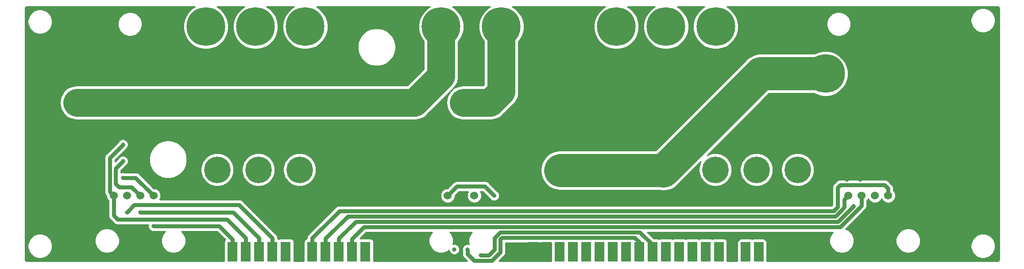
<source format=gbr>
G04 #@! TF.GenerationSoftware,KiCad,Pcbnew,(5.1.5)-2*
G04 #@! TF.CreationDate,2020-02-26T12:31:59-06:00*
G04 #@! TF.ProjectId,ODriveInterfacingBoard,4f447269-7665-4496-9e74-657266616369,rev?*
G04 #@! TF.SameCoordinates,Original*
G04 #@! TF.FileFunction,Copper,L2,Bot*
G04 #@! TF.FilePolarity,Positive*
%FSLAX46Y46*%
G04 Gerber Fmt 4.6, Leading zero omitted, Abs format (unit mm)*
G04 Created by KiCad (PCBNEW (5.1.5)-2) date 2020-02-26 12:31:59*
%MOMM*%
%LPD*%
G04 APERTURE LIST*
%ADD10R,1.905000X3.810000*%
%ADD11C,7.400000*%
%ADD12O,2.540000X1.524000*%
%ADD13C,5.080000*%
%ADD14C,1.524000*%
%ADD15C,0.800000*%
%ADD16C,0.762000*%
%ADD17C,6.350000*%
%ADD18C,5.334000*%
%ADD19C,0.254000*%
G04 APERTURE END LIST*
D10*
X116841749Y-120484151D03*
X114301749Y-120484151D03*
X111761749Y-120484151D03*
X109221749Y-120484151D03*
X106681749Y-120484151D03*
X104141749Y-120484151D03*
X101601749Y-120484151D03*
X99061749Y-120484151D03*
X96521749Y-120484151D03*
X93981749Y-120484151D03*
X91441749Y-120484151D03*
X88901749Y-120484151D03*
X148881717Y-120484151D03*
X151421717Y-120484151D03*
X153961717Y-120484151D03*
X156501717Y-120484151D03*
X159041717Y-120484151D03*
X161581717Y-120484151D03*
X164121717Y-120484151D03*
X166661717Y-120484151D03*
X169201717Y-120484151D03*
X171741717Y-120484151D03*
X174281717Y-120484151D03*
X176821717Y-120484151D03*
X179361717Y-120484151D03*
X181901717Y-120484151D03*
X184441717Y-120484151D03*
X186981717Y-120484151D03*
X189521717Y-120484151D03*
X192061717Y-120484151D03*
X194601717Y-120484151D03*
D11*
X86341717Y-77397151D03*
X95841717Y-77397151D03*
X105341717Y-77397151D03*
X131341717Y-77397151D03*
X142841717Y-77397151D03*
X164841717Y-77397151D03*
X174341717Y-77397151D03*
X183841717Y-77397151D03*
X204841717Y-86397151D03*
X204841717Y-96897151D03*
D12*
X135978900Y-93649800D03*
X135978900Y-90246200D03*
X62141100Y-93649800D03*
X62141100Y-90246200D03*
D13*
X183769000Y-104775000D03*
X191643000Y-104775000D03*
X199517000Y-104775000D03*
D14*
X132588000Y-109728000D03*
X135128000Y-109728000D03*
X137668000Y-109728000D03*
D13*
X88519000Y-104775000D03*
X96393000Y-104775000D03*
X104267000Y-104775000D03*
X154178000Y-97028000D03*
X154178000Y-104902000D03*
D14*
X209219800Y-109728000D03*
X211759800Y-109728000D03*
X214299800Y-109728000D03*
X216839800Y-109728000D03*
X219379800Y-109728000D03*
X68707000Y-109728000D03*
X71247000Y-109728000D03*
X73787000Y-109728000D03*
X76327000Y-109728000D03*
X78867000Y-109728000D03*
D15*
X211455000Y-106680000D03*
X122301000Y-121031000D03*
X146939000Y-110109000D03*
X144145000Y-110109000D03*
X101600000Y-115824000D03*
X101600000Y-110744000D03*
X169545000Y-81280000D03*
X179070000Y-81407000D03*
X145796000Y-121285000D03*
X147320000Y-96520000D03*
X147320000Y-99060000D03*
X147320000Y-101600000D03*
X147320000Y-104140000D03*
X147320000Y-106680000D03*
X147320000Y-93980000D03*
X147320000Y-91440000D03*
X147320000Y-88900000D03*
X147320000Y-86360000D03*
X147320000Y-83820000D03*
X147320000Y-81280000D03*
X149860000Y-91440000D03*
X149860000Y-88900000D03*
X149860000Y-86360000D03*
X149860000Y-83820000D03*
X149860000Y-81280000D03*
X149860000Y-78740000D03*
X149860000Y-76200000D03*
X152400000Y-76200000D03*
X154940000Y-76200000D03*
X157480000Y-76200000D03*
X152400000Y-78740000D03*
X154940000Y-78740000D03*
X157480000Y-78740000D03*
X152400000Y-81280000D03*
X154940000Y-81280000D03*
X157480000Y-81280000D03*
X152400000Y-83820000D03*
X154940000Y-83820000D03*
X157480000Y-83820000D03*
X152400000Y-86360000D03*
X154940000Y-86360000D03*
X157480000Y-86360000D03*
X160020000Y-83820000D03*
X160020000Y-81280000D03*
X152400000Y-88900000D03*
X154940000Y-88900000D03*
X152400000Y-91440000D03*
X135128000Y-118364000D03*
X154940000Y-91440000D03*
X157480000Y-88900000D03*
X160020000Y-86360000D03*
X160020000Y-88900000D03*
X162560000Y-88900000D03*
X162560000Y-91440000D03*
X160020000Y-91440000D03*
X157480000Y-91440000D03*
X144780000Y-106680000D03*
X144780000Y-104140000D03*
X144780000Y-101600000D03*
X144780000Y-99060000D03*
X144780000Y-96520000D03*
X144780000Y-93980000D03*
X142240000Y-96520000D03*
X142240000Y-99060000D03*
X142240000Y-101600000D03*
X142240000Y-104140000D03*
X142240000Y-106680000D03*
X139700000Y-101600000D03*
X139700000Y-99060000D03*
X139700000Y-96520000D03*
X137160000Y-96520000D03*
X137160000Y-99060000D03*
X137160000Y-101600000D03*
X134620000Y-101600000D03*
X134620000Y-99060000D03*
X134620000Y-96520000D03*
X132080000Y-96520000D03*
X132080000Y-99060000D03*
X132080000Y-101600000D03*
X129540000Y-101600000D03*
X129540000Y-99060000D03*
X129540000Y-96520000D03*
X129540000Y-93980000D03*
X132080000Y-93980000D03*
X132080000Y-91440000D03*
X137160000Y-86360000D03*
X137160000Y-83820000D03*
X137160000Y-81280000D03*
X137160000Y-78740000D03*
X137160000Y-76200000D03*
X127000000Y-96520000D03*
X124460000Y-96520000D03*
X121920000Y-96520000D03*
X127000000Y-99060000D03*
X124460000Y-99060000D03*
X121920000Y-99060000D03*
X119380000Y-96520000D03*
X119380000Y-99060000D03*
X119380000Y-101600000D03*
X121920000Y-101600000D03*
X124460000Y-101600000D03*
X127000000Y-101600000D03*
X127000000Y-104140000D03*
X124460000Y-104140000D03*
X121920000Y-104140000D03*
X119380000Y-104140000D03*
X116840000Y-104140000D03*
X116840000Y-101600000D03*
X116840000Y-99060000D03*
X116840000Y-96520000D03*
X114300000Y-96520000D03*
X114300000Y-99060000D03*
X114300000Y-101600000D03*
X114300000Y-104140000D03*
X111760000Y-104140000D03*
X111760000Y-101600000D03*
X111760000Y-99060000D03*
X111760000Y-96520000D03*
X109220000Y-96520000D03*
X109220000Y-99060000D03*
X109220000Y-101600000D03*
X109220000Y-104140000D03*
X127000000Y-86360000D03*
X124460000Y-86360000D03*
X121920000Y-86360000D03*
X119380000Y-86360000D03*
X116840000Y-86360000D03*
X114300000Y-86360000D03*
X111760000Y-86360000D03*
X111760000Y-83820000D03*
X114300000Y-83820000D03*
X124460000Y-83820000D03*
X127000000Y-83820000D03*
X127000000Y-81280000D03*
X124460000Y-81280000D03*
X114300000Y-81280000D03*
X111760000Y-81280000D03*
X111760000Y-78740000D03*
X111760000Y-76200000D03*
X114300000Y-76200000D03*
X114300000Y-78740000D03*
X116840000Y-76200000D03*
X119380000Y-76200000D03*
X121920000Y-76200000D03*
X124460000Y-78740000D03*
X124460000Y-76200000D03*
X80010000Y-86360000D03*
X80010000Y-83820000D03*
X80010000Y-81280000D03*
X80010000Y-78740000D03*
X80010000Y-76200000D03*
X77470000Y-76200000D03*
X77470000Y-78740000D03*
X77470000Y-81280000D03*
X77470000Y-83820000D03*
X77470000Y-86360000D03*
X74930000Y-86360000D03*
X74930000Y-83820000D03*
X72390000Y-86360000D03*
X72390000Y-83820000D03*
X69850000Y-83820000D03*
X69850000Y-86360000D03*
X67310000Y-86360000D03*
X67310000Y-83820000D03*
X64770000Y-76200000D03*
X64770000Y-78740000D03*
X64770000Y-81280000D03*
X64770000Y-83820000D03*
X64770000Y-86360000D03*
X62230000Y-86360000D03*
X62230000Y-83820000D03*
X62230000Y-81280000D03*
X62230000Y-78740000D03*
X62230000Y-76200000D03*
X59690000Y-76200000D03*
X59690000Y-78740000D03*
X59690000Y-81280000D03*
X59690000Y-83820000D03*
X59690000Y-86360000D03*
X59690000Y-88900000D03*
X57150000Y-88900000D03*
X57150000Y-86360000D03*
X57150000Y-83820000D03*
X57150000Y-81280000D03*
X54610000Y-81280000D03*
X54610000Y-83820000D03*
X54610000Y-86360000D03*
X54610000Y-88900000D03*
X57150000Y-91440000D03*
X57150000Y-93980000D03*
X54610000Y-91440000D03*
X54610000Y-93980000D03*
X54610000Y-109220000D03*
X57150000Y-109220000D03*
X59690000Y-109220000D03*
X62230000Y-109220000D03*
X64770000Y-109220000D03*
X54610000Y-111760000D03*
X57150000Y-111760000D03*
X59690000Y-111760000D03*
X62230000Y-111760000D03*
X64770000Y-111760000D03*
X64770000Y-114300000D03*
X62230000Y-114300000D03*
X59690000Y-114300000D03*
X57150000Y-114300000D03*
X54610000Y-114300000D03*
X59690000Y-116840000D03*
X62230000Y-116840000D03*
X64770000Y-116840000D03*
X64770000Y-119380000D03*
X62230000Y-119380000D03*
X59690000Y-119380000D03*
X191135000Y-76200000D03*
X191135000Y-78740000D03*
X191135000Y-81280000D03*
X193675000Y-76200000D03*
X193675000Y-78740000D03*
X193675000Y-81280000D03*
X196215000Y-76200000D03*
X196215000Y-78740000D03*
X196215000Y-81280000D03*
X198755000Y-76200000D03*
X198755000Y-78740000D03*
X198755000Y-81280000D03*
X201295000Y-76200000D03*
X201295000Y-78740000D03*
X201295000Y-81280000D03*
X213995000Y-81280000D03*
X213995000Y-78740000D03*
X213995000Y-76200000D03*
X216535000Y-76200000D03*
X219075000Y-76200000D03*
X221615000Y-76200000D03*
X224155000Y-76200000D03*
X226695000Y-76200000D03*
X229235000Y-76200000D03*
X216535000Y-78740000D03*
X219075000Y-78740000D03*
X221615000Y-78740000D03*
X224155000Y-78740000D03*
X226695000Y-78740000D03*
X229235000Y-78740000D03*
X229235000Y-81280000D03*
X226695000Y-81280000D03*
X224155000Y-81280000D03*
X221615000Y-81280000D03*
X219075000Y-81280000D03*
X216535000Y-81280000D03*
X229235000Y-83820000D03*
X226695000Y-83820000D03*
X224155000Y-83820000D03*
X221615000Y-83820000D03*
X219075000Y-83820000D03*
X216535000Y-83820000D03*
X213995000Y-83820000D03*
X211455000Y-83820000D03*
X211455000Y-86360000D03*
X211455000Y-88900000D03*
X213995000Y-86360000D03*
X216535000Y-86360000D03*
X219075000Y-86360000D03*
X221615000Y-86360000D03*
X224155000Y-86360000D03*
X226695000Y-86360000D03*
X229235000Y-86360000D03*
X229235000Y-88900000D03*
X226695000Y-88900000D03*
X224155000Y-88900000D03*
X221615000Y-88900000D03*
X219075000Y-88900000D03*
X216535000Y-88900000D03*
X213995000Y-88900000D03*
X211455000Y-91440000D03*
X213995000Y-91440000D03*
X216535000Y-91440000D03*
X219075000Y-91440000D03*
X221615000Y-91440000D03*
X224155000Y-91440000D03*
X226695000Y-91440000D03*
X229235000Y-91440000D03*
X231775000Y-81280000D03*
X234315000Y-81280000D03*
X234315000Y-83820000D03*
X231775000Y-83820000D03*
X231775000Y-86360000D03*
X234315000Y-86360000D03*
X234315000Y-88900000D03*
X231775000Y-88900000D03*
X231775000Y-91440000D03*
X234315000Y-91440000D03*
X211455000Y-93980000D03*
X213995000Y-93980000D03*
X216535000Y-93980000D03*
X219075000Y-93980000D03*
X221615000Y-93980000D03*
X224155000Y-93980000D03*
X226695000Y-93980000D03*
X229235000Y-93980000D03*
X231775000Y-93980000D03*
X234315000Y-93980000D03*
X211455000Y-96520000D03*
X213995000Y-96520000D03*
X216535000Y-96520000D03*
X216535000Y-99060000D03*
X213995000Y-99060000D03*
X211455000Y-99060000D03*
X211455000Y-101600000D03*
X213995000Y-101600000D03*
X216535000Y-101600000D03*
X213995000Y-104140000D03*
X211455000Y-104140000D03*
X208915000Y-104140000D03*
X206375000Y-104140000D03*
X203835000Y-104140000D03*
X203835000Y-106680000D03*
X206375000Y-106680000D03*
X208915000Y-106680000D03*
X152400000Y-100965000D03*
X129540000Y-104140000D03*
X132080000Y-104140000D03*
X134620000Y-104140000D03*
X137160000Y-104140000D03*
X139700000Y-104140000D03*
X138938000Y-121158000D03*
X141478000Y-109728000D03*
X133858000Y-120015000D03*
X136398000Y-120015000D03*
X71247000Y-112903000D03*
X76327000Y-115570000D03*
X70485000Y-106299000D03*
X70485000Y-99949000D03*
X73787000Y-112903000D03*
X70485000Y-103124000D03*
X210185000Y-111760000D03*
D16*
X194601717Y-119120849D02*
X194601717Y-121627151D01*
X188881566Y-117221000D02*
X192701868Y-117221000D01*
X186981717Y-119120849D02*
X188881566Y-117221000D01*
X192701868Y-117221000D02*
X194601717Y-119120849D01*
X186981717Y-121627151D02*
X186981717Y-119120849D01*
X151382868Y-121666000D02*
X151421717Y-121627151D01*
X151421717Y-121627151D02*
X148881717Y-121627151D01*
X146138151Y-121627151D02*
X145796000Y-121285000D01*
X148881717Y-121627151D02*
X146138151Y-121627151D01*
X139700000Y-107950000D02*
X141478000Y-109728000D01*
X132588000Y-109728000D02*
X134366000Y-107950000D01*
X134366000Y-107950000D02*
X139700000Y-107950000D01*
X171741717Y-121627151D02*
X171741717Y-119120849D01*
X141541500Y-117829013D02*
X141541500Y-120078500D01*
X169333868Y-116713000D02*
X142657513Y-116713000D01*
X171741717Y-119120849D02*
X169333868Y-116713000D01*
X142657513Y-116713000D02*
X141541500Y-117829013D01*
X141541500Y-120078500D02*
X140462000Y-121158000D01*
X140462000Y-121158000D02*
X138938000Y-121158000D01*
X136398000Y-120015000D02*
X136398000Y-120015000D01*
X168275000Y-117729000D02*
X169201717Y-118655717D01*
X141033500Y-122174000D02*
X142684500Y-120523000D01*
X143002000Y-117729000D02*
X168275000Y-117729000D01*
X169201717Y-118655717D02*
X169201717Y-121627151D01*
X139573000Y-122174000D02*
X141033500Y-122174000D01*
X142684500Y-120523000D02*
X142684500Y-118046500D01*
X142684500Y-118046500D02*
X143002000Y-117729000D01*
X136398000Y-120904000D02*
X136398000Y-120015000D01*
X139573000Y-122174000D02*
X137668000Y-122174000D01*
X137668000Y-122174000D02*
X136398000Y-120904000D01*
D17*
X173836651Y-104991849D02*
X192341500Y-86487000D01*
X192431349Y-86397151D02*
X192341500Y-86487000D01*
X204841717Y-86397151D02*
X192431349Y-86397151D01*
X154178000Y-104902000D02*
X173926500Y-104902000D01*
D18*
X142841717Y-77397151D02*
X142841717Y-89822283D01*
X142841717Y-89822283D02*
X140716000Y-91948000D01*
X140716000Y-91948000D02*
X135636000Y-91948000D01*
X131341717Y-77397151D02*
X131341717Y-82629741D01*
X131341717Y-77397151D02*
X131341717Y-86844283D01*
X131341717Y-86844283D02*
X126238000Y-91948000D01*
X126238000Y-91948000D02*
X61722000Y-91948000D01*
D16*
X99061749Y-121627151D02*
X99061749Y-117857749D01*
X99061749Y-117857749D02*
X93472000Y-112268000D01*
X93472000Y-112268000D02*
X92710000Y-111506000D01*
X92710000Y-111506000D02*
X90043000Y-111506000D01*
X90043000Y-111506000D02*
X78486000Y-111506000D01*
X75184000Y-111506000D02*
X72644000Y-111506000D01*
X78486000Y-111506000D02*
X75184000Y-111506000D01*
X72644000Y-111506000D02*
X71247000Y-112903000D01*
X71247000Y-112903000D02*
X71247000Y-112903000D01*
X114301749Y-121627151D02*
X114300000Y-117983000D01*
X114300000Y-117983000D02*
X116586000Y-115697000D01*
X116586000Y-115697000D02*
X206629000Y-115697000D01*
X207699882Y-115697000D02*
X207518000Y-115697000D01*
X211759800Y-110794800D02*
X211759800Y-111637082D01*
X211759800Y-109728000D02*
X211759800Y-110794800D01*
X206629000Y-115697000D02*
X207518000Y-115697000D01*
X211759800Y-111637082D02*
X207699882Y-115697000D01*
X88900000Y-115570000D02*
X76327000Y-115570000D01*
X91441749Y-121627151D02*
X91441749Y-118111749D01*
X91441749Y-118111749D02*
X88900000Y-115570000D01*
X76327000Y-115570000D02*
X76327000Y-115570000D01*
X76327000Y-109728000D02*
X72898000Y-106299000D01*
X72898000Y-106299000D02*
X70485000Y-106299000D01*
X70485000Y-106299000D02*
X70485000Y-106299000D01*
X93981749Y-120425070D02*
X93980000Y-120423321D01*
X93981749Y-121627151D02*
X93981749Y-120425070D01*
X93980000Y-120423321D02*
X93980000Y-117856000D01*
X93980000Y-117856000D02*
X90932000Y-114808000D01*
X91948000Y-115824000D02*
X90424000Y-114300000D01*
X91948000Y-115824000D02*
X93980000Y-117856000D01*
X90424000Y-114300000D02*
X69469000Y-114300000D01*
X69469000Y-114300000D02*
X68707000Y-113538000D01*
X68707000Y-113538000D02*
X68707000Y-109728000D01*
X67945001Y-108966001D02*
X67945001Y-102488999D01*
X68707000Y-109728000D02*
X67945001Y-108966001D01*
X67945001Y-102488999D02*
X70485000Y-99949000D01*
X70485000Y-99949000D02*
X70485000Y-99949000D01*
X96521749Y-117856000D02*
X96521749Y-121627151D01*
X96520000Y-117856000D02*
X96521749Y-117856000D01*
X73787000Y-112903000D02*
X91567000Y-112903000D01*
X91567000Y-112903000D02*
X96520000Y-117856000D01*
X73787000Y-109728000D02*
X72136000Y-108077000D01*
X72136000Y-108077000D02*
X69723000Y-108077000D01*
X69723000Y-108077000D02*
X69088000Y-107442000D01*
X69088000Y-107442000D02*
X69088000Y-104521000D01*
X69088000Y-104521000D02*
X70485000Y-103124000D01*
X70485000Y-103124000D02*
X70485000Y-103124000D01*
X106681749Y-117854251D02*
X106681749Y-121627151D01*
X206375000Y-112649000D02*
X111887000Y-112649000D01*
X207137000Y-111887000D02*
X206375000Y-112649000D01*
X216154000Y-107696000D02*
X207645000Y-107696000D01*
X216839800Y-109728000D02*
X216839800Y-108381800D01*
X111887000Y-112649000D02*
X106681749Y-117854251D01*
X216839800Y-108381800D02*
X216154000Y-107696000D01*
X207645000Y-107696000D02*
X207137000Y-108204000D01*
X207137000Y-108204000D02*
X207137000Y-111887000D01*
X209219800Y-109728000D02*
X208457801Y-110489999D01*
X208457801Y-110489999D02*
X208457801Y-111963199D01*
X109221749Y-117981251D02*
X109221749Y-121627151D01*
X208457801Y-111963199D02*
X207899000Y-112522000D01*
X206756000Y-113665000D02*
X113538000Y-113665000D01*
X113538000Y-113665000D02*
X109221749Y-117981251D01*
X207899000Y-112522000D02*
X206756000Y-113665000D01*
X111761749Y-121627151D02*
X111761749Y-118616251D01*
X111761749Y-121627151D02*
X111761749Y-117981251D01*
X111761749Y-117981251D02*
X115062000Y-114681000D01*
X205740000Y-114681000D02*
X207264000Y-114681000D01*
X205740000Y-114681000D02*
X207010000Y-114681000D01*
X115062000Y-114681000D02*
X205740000Y-114681000D01*
X207264000Y-114681000D02*
X210185000Y-111760000D01*
X210185000Y-111760000D02*
X210185000Y-111760000D01*
D19*
G36*
X152371145Y-122226000D02*
G01*
X142418340Y-122226000D01*
X143367633Y-121276708D01*
X143406396Y-121244896D01*
X143533360Y-121090190D01*
X143627702Y-120913687D01*
X143685798Y-120722171D01*
X143700500Y-120572902D01*
X143700500Y-120572901D01*
X143705415Y-120523000D01*
X143700500Y-120473098D01*
X143700500Y-118745000D01*
X152371145Y-118745000D01*
X152371145Y-122226000D01*
G37*
X152371145Y-122226000D02*
X142418340Y-122226000D01*
X143367633Y-121276708D01*
X143406396Y-121244896D01*
X143533360Y-121090190D01*
X143627702Y-120913687D01*
X143685798Y-120722171D01*
X143700500Y-120572902D01*
X143700500Y-120572901D01*
X143705415Y-120523000D01*
X143700500Y-120473098D01*
X143700500Y-118745000D01*
X152371145Y-118745000D01*
X152371145Y-122226000D01*
G36*
X129484868Y-116859588D02*
G01*
X129226595Y-117246121D01*
X129048694Y-117675613D01*
X128958000Y-118131560D01*
X128958000Y-118596440D01*
X129048694Y-119052387D01*
X129226595Y-119481879D01*
X129484868Y-119868412D01*
X129813588Y-120197132D01*
X130200121Y-120455405D01*
X130629613Y-120633306D01*
X131085560Y-120724000D01*
X131550440Y-120724000D01*
X132006387Y-120633306D01*
X132435879Y-120455405D01*
X132822412Y-120197132D01*
X132836207Y-120183337D01*
X132862774Y-120316898D01*
X132940795Y-120505256D01*
X133054063Y-120674774D01*
X133198226Y-120818937D01*
X133367744Y-120932205D01*
X133556102Y-121010226D01*
X133756061Y-121050000D01*
X133959939Y-121050000D01*
X134159898Y-121010226D01*
X134348256Y-120932205D01*
X134517774Y-120818937D01*
X134661937Y-120674774D01*
X134775205Y-120505256D01*
X134853226Y-120316898D01*
X134893000Y-120116939D01*
X134893000Y-119913061D01*
X134853226Y-119713102D01*
X134775205Y-119524744D01*
X134661937Y-119355226D01*
X134517774Y-119211063D01*
X134348256Y-119097795D01*
X134159898Y-119019774D01*
X133959939Y-118980000D01*
X133756061Y-118980000D01*
X133595346Y-119011968D01*
X133678000Y-118596440D01*
X133678000Y-118131560D01*
X133587306Y-117675613D01*
X133409405Y-117246121D01*
X133151132Y-116859588D01*
X133004544Y-116713000D01*
X137251456Y-116713000D01*
X137104868Y-116859588D01*
X136846595Y-117246121D01*
X136668694Y-117675613D01*
X136578000Y-118131560D01*
X136578000Y-118596440D01*
X136660654Y-119011968D01*
X136499939Y-118980000D01*
X136296061Y-118980000D01*
X136096102Y-119019774D01*
X135907744Y-119097795D01*
X135738226Y-119211063D01*
X135594063Y-119355226D01*
X135480795Y-119524744D01*
X135402774Y-119713102D01*
X135363000Y-119913061D01*
X135363000Y-120116939D01*
X135382000Y-120212459D01*
X135382000Y-120854098D01*
X135377085Y-120904000D01*
X135382000Y-120953901D01*
X135396702Y-121103170D01*
X135454798Y-121294686D01*
X135549140Y-121471190D01*
X135676104Y-121625896D01*
X135714872Y-121657712D01*
X136283160Y-122226000D01*
X118432321Y-122226000D01*
X118432321Y-118579151D01*
X118420061Y-118454669D01*
X118383751Y-118334971D01*
X118324786Y-118224657D01*
X118245434Y-118127966D01*
X118148743Y-118048614D01*
X118038429Y-117989649D01*
X117918731Y-117953339D01*
X117794249Y-117941079D01*
X115889249Y-117941079D01*
X115766691Y-117953150D01*
X117006841Y-116713000D01*
X129631456Y-116713000D01*
X129484868Y-116859588D01*
G37*
X129484868Y-116859588D02*
X129226595Y-117246121D01*
X129048694Y-117675613D01*
X128958000Y-118131560D01*
X128958000Y-118596440D01*
X129048694Y-119052387D01*
X129226595Y-119481879D01*
X129484868Y-119868412D01*
X129813588Y-120197132D01*
X130200121Y-120455405D01*
X130629613Y-120633306D01*
X131085560Y-120724000D01*
X131550440Y-120724000D01*
X132006387Y-120633306D01*
X132435879Y-120455405D01*
X132822412Y-120197132D01*
X132836207Y-120183337D01*
X132862774Y-120316898D01*
X132940795Y-120505256D01*
X133054063Y-120674774D01*
X133198226Y-120818937D01*
X133367744Y-120932205D01*
X133556102Y-121010226D01*
X133756061Y-121050000D01*
X133959939Y-121050000D01*
X134159898Y-121010226D01*
X134348256Y-120932205D01*
X134517774Y-120818937D01*
X134661937Y-120674774D01*
X134775205Y-120505256D01*
X134853226Y-120316898D01*
X134893000Y-120116939D01*
X134893000Y-119913061D01*
X134853226Y-119713102D01*
X134775205Y-119524744D01*
X134661937Y-119355226D01*
X134517774Y-119211063D01*
X134348256Y-119097795D01*
X134159898Y-119019774D01*
X133959939Y-118980000D01*
X133756061Y-118980000D01*
X133595346Y-119011968D01*
X133678000Y-118596440D01*
X133678000Y-118131560D01*
X133587306Y-117675613D01*
X133409405Y-117246121D01*
X133151132Y-116859588D01*
X133004544Y-116713000D01*
X137251456Y-116713000D01*
X137104868Y-116859588D01*
X136846595Y-117246121D01*
X136668694Y-117675613D01*
X136578000Y-118131560D01*
X136578000Y-118596440D01*
X136660654Y-119011968D01*
X136499939Y-118980000D01*
X136296061Y-118980000D01*
X136096102Y-119019774D01*
X135907744Y-119097795D01*
X135738226Y-119211063D01*
X135594063Y-119355226D01*
X135480795Y-119524744D01*
X135402774Y-119713102D01*
X135363000Y-119913061D01*
X135363000Y-120116939D01*
X135382000Y-120212459D01*
X135382000Y-120854098D01*
X135377085Y-120904000D01*
X135382000Y-120953901D01*
X135396702Y-121103170D01*
X135454798Y-121294686D01*
X135549140Y-121471190D01*
X135676104Y-121625896D01*
X135714872Y-121657712D01*
X136283160Y-122226000D01*
X118432321Y-122226000D01*
X118432321Y-118579151D01*
X118420061Y-118454669D01*
X118383751Y-118334971D01*
X118324786Y-118224657D01*
X118245434Y-118127966D01*
X118148743Y-118048614D01*
X118038429Y-117989649D01*
X117918731Y-117953339D01*
X117794249Y-117941079D01*
X115889249Y-117941079D01*
X115766691Y-117953150D01*
X117006841Y-116713000D01*
X129631456Y-116713000D01*
X129484868Y-116859588D01*
G36*
X83578316Y-74029937D02*
G01*
X82974503Y-74633750D01*
X82500090Y-75343759D01*
X82173309Y-76132678D01*
X82006717Y-76970191D01*
X82006717Y-77824111D01*
X82173309Y-78661624D01*
X82500090Y-79450543D01*
X82974503Y-80160552D01*
X83578316Y-80764365D01*
X84288325Y-81238778D01*
X85077244Y-81565559D01*
X85914757Y-81732151D01*
X86768677Y-81732151D01*
X87606190Y-81565559D01*
X88395109Y-81238778D01*
X89105118Y-80764365D01*
X89708931Y-80160552D01*
X90183344Y-79450543D01*
X90510125Y-78661624D01*
X90676717Y-77824111D01*
X90676717Y-76970191D01*
X90510125Y-76132678D01*
X90183344Y-75343759D01*
X89708931Y-74633750D01*
X89105118Y-74029937D01*
X88473645Y-73608000D01*
X93709789Y-73608000D01*
X93078316Y-74029937D01*
X92474503Y-74633750D01*
X92000090Y-75343759D01*
X91673309Y-76132678D01*
X91506717Y-76970191D01*
X91506717Y-77824111D01*
X91673309Y-78661624D01*
X92000090Y-79450543D01*
X92474503Y-80160552D01*
X93078316Y-80764365D01*
X93788325Y-81238778D01*
X94577244Y-81565559D01*
X95414757Y-81732151D01*
X96268677Y-81732151D01*
X97106190Y-81565559D01*
X97895109Y-81238778D01*
X98605118Y-80764365D01*
X99208931Y-80160552D01*
X99683344Y-79450543D01*
X100010125Y-78661624D01*
X100176717Y-77824111D01*
X100176717Y-76970191D01*
X100010125Y-76132678D01*
X99683344Y-75343759D01*
X99208931Y-74633750D01*
X98605118Y-74029937D01*
X97973645Y-73608000D01*
X103209789Y-73608000D01*
X102578316Y-74029937D01*
X101974503Y-74633750D01*
X101500090Y-75343759D01*
X101173309Y-76132678D01*
X101006717Y-76970191D01*
X101006717Y-77824111D01*
X101173309Y-78661624D01*
X101500090Y-79450543D01*
X101974503Y-80160552D01*
X102578316Y-80764365D01*
X103288325Y-81238778D01*
X104077244Y-81565559D01*
X104914757Y-81732151D01*
X105768677Y-81732151D01*
X106606190Y-81565559D01*
X107395109Y-81238778D01*
X107809360Y-80961984D01*
X115364000Y-80961984D01*
X115364000Y-81678016D01*
X115503691Y-82380290D01*
X115777705Y-83041818D01*
X116175511Y-83637177D01*
X116681823Y-84143489D01*
X117277182Y-84541295D01*
X117938710Y-84815309D01*
X118640984Y-84955000D01*
X119357016Y-84955000D01*
X120059290Y-84815309D01*
X120720818Y-84541295D01*
X121316177Y-84143489D01*
X121822489Y-83637177D01*
X122220295Y-83041818D01*
X122494309Y-82380290D01*
X122634000Y-81678016D01*
X122634000Y-80961984D01*
X122494309Y-80259710D01*
X122220295Y-79598182D01*
X121822489Y-79002823D01*
X121316177Y-78496511D01*
X120720818Y-78098705D01*
X120059290Y-77824691D01*
X119357016Y-77685000D01*
X118640984Y-77685000D01*
X117938710Y-77824691D01*
X117277182Y-78098705D01*
X116681823Y-78496511D01*
X116175511Y-79002823D01*
X115777705Y-79598182D01*
X115503691Y-80259710D01*
X115364000Y-80961984D01*
X107809360Y-80961984D01*
X108105118Y-80764365D01*
X108708931Y-80160552D01*
X109183344Y-79450543D01*
X109510125Y-78661624D01*
X109676717Y-77824111D01*
X109676717Y-76970191D01*
X109510125Y-76132678D01*
X109183344Y-75343759D01*
X108708931Y-74633750D01*
X108105118Y-74029937D01*
X107473645Y-73608000D01*
X129209789Y-73608000D01*
X128578316Y-74029937D01*
X127974503Y-74633750D01*
X127500090Y-75343759D01*
X127173309Y-76132678D01*
X127006717Y-76970191D01*
X127006717Y-77824111D01*
X127173309Y-78661624D01*
X127500090Y-79450543D01*
X127974503Y-80160552D01*
X128039717Y-80225766D01*
X128039718Y-85476549D01*
X124870268Y-88646000D01*
X61559793Y-88646000D01*
X61074695Y-88693778D01*
X60452266Y-88882590D01*
X59878631Y-89189204D01*
X59375837Y-89601837D01*
X58963204Y-90104631D01*
X58656590Y-90678266D01*
X58467778Y-91300695D01*
X58404024Y-91948000D01*
X58467778Y-92595305D01*
X58656590Y-93217734D01*
X58963204Y-93791369D01*
X59375837Y-94294163D01*
X59878631Y-94706796D01*
X60452266Y-95013410D01*
X61074695Y-95202222D01*
X61559793Y-95250000D01*
X126075801Y-95250000D01*
X126238000Y-95265975D01*
X126400199Y-95250000D01*
X126400207Y-95250000D01*
X126885305Y-95202222D01*
X127507734Y-95013410D01*
X128081369Y-94706796D01*
X128584163Y-94294163D01*
X128687567Y-94168165D01*
X133561887Y-89293846D01*
X133687880Y-89190446D01*
X134100513Y-88687652D01*
X134407127Y-88114017D01*
X134595939Y-87491588D01*
X134643717Y-87006490D01*
X134643717Y-87006482D01*
X134659692Y-86844283D01*
X134643717Y-86682084D01*
X134643717Y-80225766D01*
X134708931Y-80160552D01*
X135183344Y-79450543D01*
X135510125Y-78661624D01*
X135676717Y-77824111D01*
X135676717Y-76970191D01*
X135510125Y-76132678D01*
X135183344Y-75343759D01*
X134708931Y-74633750D01*
X134105118Y-74029937D01*
X133473645Y-73608000D01*
X140709789Y-73608000D01*
X140078316Y-74029937D01*
X139474503Y-74633750D01*
X139000090Y-75343759D01*
X138673309Y-76132678D01*
X138506717Y-76970191D01*
X138506717Y-77824111D01*
X138673309Y-78661624D01*
X139000090Y-79450543D01*
X139474503Y-80160552D01*
X139539717Y-80225766D01*
X139539718Y-88454550D01*
X139348268Y-88646000D01*
X135473793Y-88646000D01*
X134988695Y-88693778D01*
X134366266Y-88882590D01*
X133792631Y-89189204D01*
X133289837Y-89601837D01*
X132877204Y-90104631D01*
X132570590Y-90678266D01*
X132381778Y-91300695D01*
X132318024Y-91948000D01*
X132381778Y-92595305D01*
X132570590Y-93217734D01*
X132877204Y-93791369D01*
X133289837Y-94294163D01*
X133792631Y-94706796D01*
X134366266Y-95013410D01*
X134988695Y-95202222D01*
X135473793Y-95250000D01*
X140553801Y-95250000D01*
X140716000Y-95265975D01*
X140878199Y-95250000D01*
X140878207Y-95250000D01*
X141363305Y-95202222D01*
X141985734Y-95013410D01*
X142559369Y-94706796D01*
X143062163Y-94294163D01*
X143165567Y-94168165D01*
X145061882Y-92271850D01*
X145187880Y-92168446D01*
X145600513Y-91665652D01*
X145907127Y-91092017D01*
X146095939Y-90469588D01*
X146143717Y-89984490D01*
X146143717Y-89984482D01*
X146159692Y-89822283D01*
X146143717Y-89660084D01*
X146143717Y-80225766D01*
X146208931Y-80160552D01*
X146683344Y-79450543D01*
X147010125Y-78661624D01*
X147176717Y-77824111D01*
X147176717Y-76970191D01*
X147010125Y-76132678D01*
X146683344Y-75343759D01*
X146208931Y-74633750D01*
X145605118Y-74029937D01*
X144973645Y-73608000D01*
X162709789Y-73608000D01*
X162078316Y-74029937D01*
X161474503Y-74633750D01*
X161000090Y-75343759D01*
X160673309Y-76132678D01*
X160506717Y-76970191D01*
X160506717Y-77824111D01*
X160673309Y-78661624D01*
X161000090Y-79450543D01*
X161474503Y-80160552D01*
X162078316Y-80764365D01*
X162788325Y-81238778D01*
X163577244Y-81565559D01*
X164414757Y-81732151D01*
X165268677Y-81732151D01*
X166106190Y-81565559D01*
X166895109Y-81238778D01*
X167605118Y-80764365D01*
X168208931Y-80160552D01*
X168683344Y-79450543D01*
X169010125Y-78661624D01*
X169176717Y-77824111D01*
X169176717Y-76970191D01*
X169010125Y-76132678D01*
X168683344Y-75343759D01*
X168208931Y-74633750D01*
X167605118Y-74029937D01*
X166973645Y-73608000D01*
X172209789Y-73608000D01*
X171578316Y-74029937D01*
X170974503Y-74633750D01*
X170500090Y-75343759D01*
X170173309Y-76132678D01*
X170006717Y-76970191D01*
X170006717Y-77824111D01*
X170173309Y-78661624D01*
X170500090Y-79450543D01*
X170974503Y-80160552D01*
X171578316Y-80764365D01*
X172288325Y-81238778D01*
X173077244Y-81565559D01*
X173914757Y-81732151D01*
X174768677Y-81732151D01*
X175606190Y-81565559D01*
X176395109Y-81238778D01*
X177105118Y-80764365D01*
X177708931Y-80160552D01*
X178183344Y-79450543D01*
X178510125Y-78661624D01*
X178676717Y-77824111D01*
X178676717Y-76970191D01*
X178510125Y-76132678D01*
X178183344Y-75343759D01*
X177708931Y-74633750D01*
X177105118Y-74029937D01*
X176473645Y-73608000D01*
X181709789Y-73608000D01*
X181078316Y-74029937D01*
X180474503Y-74633750D01*
X180000090Y-75343759D01*
X179673309Y-76132678D01*
X179506717Y-76970191D01*
X179506717Y-77824111D01*
X179673309Y-78661624D01*
X180000090Y-79450543D01*
X180474503Y-80160552D01*
X181078316Y-80764365D01*
X181788325Y-81238778D01*
X182577244Y-81565559D01*
X183414757Y-81732151D01*
X184268677Y-81732151D01*
X185106190Y-81565559D01*
X185895109Y-81238778D01*
X186605118Y-80764365D01*
X187208931Y-80160552D01*
X187683344Y-79450543D01*
X188010125Y-78661624D01*
X188176717Y-77824111D01*
X188176717Y-76970191D01*
X188116444Y-76667174D01*
X205006717Y-76667174D01*
X205006717Y-77127128D01*
X205096450Y-77578245D01*
X205272467Y-78003188D01*
X205528004Y-78385627D01*
X205853241Y-78710864D01*
X206235680Y-78966401D01*
X206660623Y-79142418D01*
X207111740Y-79232151D01*
X207571694Y-79232151D01*
X208022811Y-79142418D01*
X208447754Y-78966401D01*
X208830193Y-78710864D01*
X209155430Y-78385627D01*
X209410967Y-78003188D01*
X209586984Y-77578245D01*
X209676717Y-77127128D01*
X209676717Y-76667174D01*
X209586984Y-76216057D01*
X209484438Y-75968488D01*
X232599423Y-75968488D01*
X232599423Y-76431512D01*
X232689755Y-76885638D01*
X232866946Y-77313416D01*
X233124188Y-77698405D01*
X233451595Y-78025812D01*
X233836584Y-78283054D01*
X234264362Y-78460245D01*
X234718488Y-78550577D01*
X235181512Y-78550577D01*
X235635638Y-78460245D01*
X236063416Y-78283054D01*
X236448405Y-78025812D01*
X236775812Y-77698405D01*
X237033054Y-77313416D01*
X237210245Y-76885638D01*
X237300577Y-76431512D01*
X237300577Y-75968488D01*
X237210245Y-75514362D01*
X237033054Y-75086584D01*
X236775812Y-74701595D01*
X236448405Y-74374188D01*
X236063416Y-74116946D01*
X235635638Y-73939755D01*
X235181512Y-73849423D01*
X234718488Y-73849423D01*
X234264362Y-73939755D01*
X233836584Y-74116946D01*
X233451595Y-74374188D01*
X233124188Y-74701595D01*
X232866946Y-75086584D01*
X232689755Y-75514362D01*
X232599423Y-75968488D01*
X209484438Y-75968488D01*
X209410967Y-75791114D01*
X209155430Y-75408675D01*
X208830193Y-75083438D01*
X208447754Y-74827901D01*
X208022811Y-74651884D01*
X207571694Y-74562151D01*
X207111740Y-74562151D01*
X206660623Y-74651884D01*
X206235680Y-74827901D01*
X205853241Y-75083438D01*
X205528004Y-75408675D01*
X205272467Y-75791114D01*
X205096450Y-76216057D01*
X205006717Y-76667174D01*
X188116444Y-76667174D01*
X188010125Y-76132678D01*
X187683344Y-75343759D01*
X187208931Y-74633750D01*
X186605118Y-74029937D01*
X185973645Y-73608000D01*
X237709278Y-73608000D01*
X237802772Y-73617167D01*
X237859314Y-73634238D01*
X237911452Y-73661961D01*
X237957219Y-73699288D01*
X237994862Y-73744790D01*
X238022951Y-73796740D01*
X238040415Y-73853156D01*
X238050000Y-73944350D01*
X238050001Y-121885268D01*
X238040833Y-121978771D01*
X238023762Y-122035314D01*
X237996040Y-122087451D01*
X237958711Y-122133221D01*
X237913210Y-122170862D01*
X237861260Y-122198952D01*
X237804845Y-122216415D01*
X237713650Y-122226000D01*
X193652289Y-122226000D01*
X193652289Y-118579151D01*
X193640029Y-118454669D01*
X193603719Y-118334971D01*
X193544754Y-118224657D01*
X193465402Y-118127966D01*
X193368711Y-118048614D01*
X193258397Y-117989649D01*
X193138699Y-117953339D01*
X193014217Y-117941079D01*
X191109217Y-117941079D01*
X190984735Y-117953339D01*
X190865037Y-117989649D01*
X190791717Y-118028840D01*
X190718397Y-117989649D01*
X190598699Y-117953339D01*
X190474217Y-117941079D01*
X188569217Y-117941079D01*
X188444735Y-117953339D01*
X188325037Y-117989649D01*
X188214723Y-118048614D01*
X188118032Y-118127966D01*
X188038680Y-118224657D01*
X187979715Y-118334971D01*
X187943405Y-118454669D01*
X187931145Y-118579151D01*
X187931145Y-122226000D01*
X186032289Y-122226000D01*
X186032289Y-118579151D01*
X186020029Y-118454669D01*
X185983719Y-118334971D01*
X185924754Y-118224657D01*
X185845402Y-118127966D01*
X185748711Y-118048614D01*
X185638397Y-117989649D01*
X185518699Y-117953339D01*
X185394217Y-117941079D01*
X183489217Y-117941079D01*
X183364735Y-117953339D01*
X183245037Y-117989649D01*
X183171717Y-118028840D01*
X183098397Y-117989649D01*
X182978699Y-117953339D01*
X182854217Y-117941079D01*
X180949217Y-117941079D01*
X180824735Y-117953339D01*
X180705037Y-117989649D01*
X180631717Y-118028840D01*
X180558397Y-117989649D01*
X180438699Y-117953339D01*
X180314217Y-117941079D01*
X178409217Y-117941079D01*
X178284735Y-117953339D01*
X178165037Y-117989649D01*
X178091717Y-118028840D01*
X178018397Y-117989649D01*
X177898699Y-117953339D01*
X177774217Y-117941079D01*
X175869217Y-117941079D01*
X175744735Y-117953339D01*
X175625037Y-117989649D01*
X175551717Y-118028840D01*
X175478397Y-117989649D01*
X175358699Y-117953339D01*
X175234217Y-117941079D01*
X173329217Y-117941079D01*
X173204735Y-117953339D01*
X173085037Y-117989649D01*
X173011717Y-118028840D01*
X172938397Y-117989649D01*
X172818699Y-117953339D01*
X172694217Y-117941079D01*
X171998788Y-117941079D01*
X170770708Y-116713000D01*
X206263256Y-116713000D01*
X206116668Y-116859588D01*
X205858395Y-117246121D01*
X205680494Y-117675613D01*
X205589800Y-118131560D01*
X205589800Y-118596440D01*
X205680494Y-119052387D01*
X205858395Y-119481879D01*
X206116668Y-119868412D01*
X206445388Y-120197132D01*
X206831921Y-120455405D01*
X207261413Y-120633306D01*
X207717360Y-120724000D01*
X208182240Y-120724000D01*
X208638187Y-120633306D01*
X209067679Y-120455405D01*
X209454212Y-120197132D01*
X209782932Y-119868412D01*
X210041205Y-119481879D01*
X210219106Y-119052387D01*
X210309800Y-118596440D01*
X210309800Y-118131560D01*
X218289800Y-118131560D01*
X218289800Y-118596440D01*
X218380494Y-119052387D01*
X218558395Y-119481879D01*
X218816668Y-119868412D01*
X219145388Y-120197132D01*
X219531921Y-120455405D01*
X219961413Y-120633306D01*
X220417360Y-120724000D01*
X220882240Y-120724000D01*
X221338187Y-120633306D01*
X221767679Y-120455405D01*
X222154212Y-120197132D01*
X222482932Y-119868412D01*
X222741205Y-119481879D01*
X222879299Y-119148488D01*
X232599423Y-119148488D01*
X232599423Y-119611512D01*
X232689755Y-120065638D01*
X232866946Y-120493416D01*
X233124188Y-120878405D01*
X233451595Y-121205812D01*
X233836584Y-121463054D01*
X234264362Y-121640245D01*
X234718488Y-121730577D01*
X235181512Y-121730577D01*
X235635638Y-121640245D01*
X236063416Y-121463054D01*
X236448405Y-121205812D01*
X236775812Y-120878405D01*
X237033054Y-120493416D01*
X237210245Y-120065638D01*
X237300577Y-119611512D01*
X237300577Y-119148488D01*
X237210245Y-118694362D01*
X237033054Y-118266584D01*
X236775812Y-117881595D01*
X236448405Y-117554188D01*
X236063416Y-117296946D01*
X235635638Y-117119755D01*
X235181512Y-117029423D01*
X234718488Y-117029423D01*
X234264362Y-117119755D01*
X233836584Y-117296946D01*
X233451595Y-117554188D01*
X233124188Y-117881595D01*
X232866946Y-118266584D01*
X232689755Y-118694362D01*
X232599423Y-119148488D01*
X222879299Y-119148488D01*
X222919106Y-119052387D01*
X223009800Y-118596440D01*
X223009800Y-118131560D01*
X222919106Y-117675613D01*
X222741205Y-117246121D01*
X222482932Y-116859588D01*
X222154212Y-116530868D01*
X221767679Y-116272595D01*
X221338187Y-116094694D01*
X220882240Y-116004000D01*
X220417360Y-116004000D01*
X219961413Y-116094694D01*
X219531921Y-116272595D01*
X219145388Y-116530868D01*
X218816668Y-116859588D01*
X218558395Y-117246121D01*
X218380494Y-117675613D01*
X218289800Y-118131560D01*
X210309800Y-118131560D01*
X210219106Y-117675613D01*
X210041205Y-117246121D01*
X209782932Y-116859588D01*
X209454212Y-116530868D01*
X209067679Y-116272595D01*
X208709492Y-116124230D01*
X212442933Y-112390790D01*
X212481696Y-112358978D01*
X212608660Y-112204272D01*
X212703002Y-112027769D01*
X212761098Y-111836252D01*
X212765053Y-111796098D01*
X212780715Y-111637083D01*
X212775800Y-111587181D01*
X212775800Y-110687655D01*
X212844920Y-110618535D01*
X212997805Y-110389727D01*
X213029800Y-110312485D01*
X213061795Y-110389727D01*
X213214680Y-110618535D01*
X213409265Y-110813120D01*
X213638073Y-110966005D01*
X213892310Y-111071314D01*
X214162208Y-111125000D01*
X214437392Y-111125000D01*
X214707290Y-111071314D01*
X214961527Y-110966005D01*
X215190335Y-110813120D01*
X215384920Y-110618535D01*
X215537805Y-110389727D01*
X215569800Y-110312485D01*
X215601795Y-110389727D01*
X215754680Y-110618535D01*
X215949265Y-110813120D01*
X216178073Y-110966005D01*
X216432310Y-111071314D01*
X216702208Y-111125000D01*
X216977392Y-111125000D01*
X217247290Y-111071314D01*
X217501527Y-110966005D01*
X217730335Y-110813120D01*
X217924920Y-110618535D01*
X218077805Y-110389727D01*
X218183114Y-110135490D01*
X218236800Y-109865592D01*
X218236800Y-109590408D01*
X218183114Y-109320510D01*
X218077805Y-109066273D01*
X217924920Y-108837465D01*
X217855800Y-108768345D01*
X217855800Y-108431702D01*
X217860715Y-108381800D01*
X217841098Y-108182629D01*
X217783002Y-107991113D01*
X217688660Y-107814610D01*
X217593506Y-107698665D01*
X217561696Y-107659904D01*
X217522933Y-107628092D01*
X216907712Y-107012872D01*
X216875896Y-106974104D01*
X216721190Y-106847140D01*
X216544687Y-106752798D01*
X216353171Y-106694702D01*
X216203902Y-106680000D01*
X216154000Y-106675085D01*
X216104098Y-106680000D01*
X207694893Y-106680000D01*
X207644999Y-106675086D01*
X207595105Y-106680000D01*
X207595098Y-106680000D01*
X207465177Y-106692796D01*
X207445828Y-106694702D01*
X207387732Y-106712326D01*
X207254313Y-106752798D01*
X207077810Y-106847140D01*
X206923104Y-106974104D01*
X206891287Y-107012873D01*
X206453873Y-107450287D01*
X206415104Y-107482104D01*
X206288140Y-107636810D01*
X206193798Y-107813314D01*
X206139863Y-107991113D01*
X206135702Y-108004830D01*
X206116085Y-108204000D01*
X206121000Y-108253902D01*
X206121001Y-111466159D01*
X205954160Y-111633000D01*
X111936902Y-111633000D01*
X111887000Y-111628085D01*
X111837098Y-111633000D01*
X111687829Y-111647702D01*
X111496313Y-111705798D01*
X111319810Y-111800140D01*
X111165104Y-111927104D01*
X111133293Y-111965866D01*
X105998621Y-117100539D01*
X105959853Y-117132355D01*
X105832889Y-117287061D01*
X105738547Y-117463565D01*
X105700022Y-117590564D01*
X105680451Y-117655081D01*
X105660834Y-117854251D01*
X105665749Y-117904153D01*
X105665749Y-117947333D01*
X105604767Y-117953339D01*
X105485069Y-117989649D01*
X105374755Y-118048614D01*
X105278064Y-118127966D01*
X105198712Y-118224657D01*
X105139747Y-118334971D01*
X105103437Y-118454669D01*
X105091177Y-118579151D01*
X105091177Y-122226000D01*
X103192321Y-122226000D01*
X103192321Y-118579151D01*
X103180061Y-118454669D01*
X103143751Y-118334971D01*
X103084786Y-118224657D01*
X103005434Y-118127966D01*
X102908743Y-118048614D01*
X102798429Y-117989649D01*
X102678731Y-117953339D01*
X102554249Y-117941079D01*
X100649249Y-117941079D01*
X100524767Y-117953339D01*
X100405069Y-117989649D01*
X100331749Y-118028840D01*
X100258429Y-117989649D01*
X100138731Y-117953339D01*
X100077749Y-117947333D01*
X100077749Y-117907651D01*
X100082664Y-117857749D01*
X100063047Y-117658578D01*
X100004951Y-117467062D01*
X99984400Y-117428614D01*
X99910609Y-117290559D01*
X99783645Y-117135853D01*
X99744882Y-117104041D01*
X94225711Y-111584871D01*
X94225706Y-111584865D01*
X93463712Y-110822872D01*
X93431896Y-110784104D01*
X93277190Y-110657140D01*
X93100687Y-110562798D01*
X92909171Y-110504702D01*
X92759902Y-110490000D01*
X92710000Y-110485085D01*
X92660098Y-110490000D01*
X77498005Y-110490000D01*
X77565005Y-110389727D01*
X77670314Y-110135490D01*
X77724000Y-109865592D01*
X77724000Y-109590408D01*
X131191000Y-109590408D01*
X131191000Y-109865592D01*
X131244686Y-110135490D01*
X131349995Y-110389727D01*
X131502880Y-110618535D01*
X131697465Y-110813120D01*
X131926273Y-110966005D01*
X132180510Y-111071314D01*
X132450408Y-111125000D01*
X132725592Y-111125000D01*
X132995490Y-111071314D01*
X133249727Y-110966005D01*
X133478535Y-110813120D01*
X133673120Y-110618535D01*
X133826005Y-110389727D01*
X133931314Y-110135490D01*
X133985000Y-109865592D01*
X133985000Y-109767840D01*
X134786841Y-108966000D01*
X136496995Y-108966000D01*
X136429995Y-109066273D01*
X136324686Y-109320510D01*
X136271000Y-109590408D01*
X136271000Y-109865592D01*
X136324686Y-110135490D01*
X136429995Y-110389727D01*
X136582880Y-110618535D01*
X136777465Y-110813120D01*
X137006273Y-110966005D01*
X137260510Y-111071314D01*
X137530408Y-111125000D01*
X137805592Y-111125000D01*
X138075490Y-111071314D01*
X138329727Y-110966005D01*
X138558535Y-110813120D01*
X138753120Y-110618535D01*
X138906005Y-110389727D01*
X139011314Y-110135490D01*
X139065000Y-109865592D01*
X139065000Y-109590408D01*
X139011314Y-109320510D01*
X138906005Y-109066273D01*
X138839005Y-108966000D01*
X139279160Y-108966000D01*
X140619956Y-110306797D01*
X140674063Y-110387774D01*
X140818226Y-110531937D01*
X140987744Y-110645205D01*
X141176102Y-110723226D01*
X141376061Y-110763000D01*
X141579939Y-110763000D01*
X141779898Y-110723226D01*
X141968256Y-110645205D01*
X142137774Y-110531937D01*
X142281937Y-110387774D01*
X142395205Y-110218256D01*
X142473226Y-110029898D01*
X142513000Y-109829939D01*
X142513000Y-109626061D01*
X142473226Y-109426102D01*
X142395205Y-109237744D01*
X142281937Y-109068226D01*
X142137774Y-108924063D01*
X142056797Y-108869956D01*
X140453712Y-107266872D01*
X140421896Y-107228104D01*
X140267190Y-107101140D01*
X140090687Y-107006798D01*
X139899171Y-106948702D01*
X139749902Y-106934000D01*
X139700000Y-106929085D01*
X139650098Y-106934000D01*
X134415902Y-106934000D01*
X134366000Y-106929085D01*
X134316098Y-106934000D01*
X134166829Y-106948702D01*
X133975313Y-107006798D01*
X133798810Y-107101140D01*
X133644104Y-107228104D01*
X133612292Y-107266867D01*
X132548160Y-108331000D01*
X132450408Y-108331000D01*
X132180510Y-108384686D01*
X131926273Y-108489995D01*
X131697465Y-108642880D01*
X131502880Y-108837465D01*
X131349995Y-109066273D01*
X131244686Y-109320510D01*
X131191000Y-109590408D01*
X77724000Y-109590408D01*
X77670314Y-109320510D01*
X77565005Y-109066273D01*
X77412120Y-108837465D01*
X77217535Y-108642880D01*
X76988727Y-108489995D01*
X76734490Y-108384686D01*
X76464592Y-108331000D01*
X76366841Y-108331000D01*
X73651712Y-105615872D01*
X73619896Y-105577104D01*
X73465190Y-105450140D01*
X73288687Y-105355798D01*
X73097171Y-105297702D01*
X72947902Y-105283000D01*
X72898000Y-105278085D01*
X72848098Y-105283000D01*
X70682459Y-105283000D01*
X70586939Y-105264000D01*
X70383061Y-105264000D01*
X70183102Y-105303774D01*
X70104000Y-105336539D01*
X70104000Y-104941840D01*
X71063797Y-103982044D01*
X71144774Y-103927937D01*
X71288937Y-103783774D01*
X71402205Y-103614256D01*
X71480226Y-103425898D01*
X71520000Y-103225939D01*
X71520000Y-103022061D01*
X71480226Y-102822102D01*
X71402205Y-102633744D01*
X71288937Y-102464226D01*
X71286695Y-102461984D01*
X75473300Y-102461984D01*
X75473300Y-103178016D01*
X75612991Y-103880290D01*
X75887005Y-104541818D01*
X76284811Y-105137177D01*
X76791123Y-105643489D01*
X77386482Y-106041295D01*
X78048010Y-106315309D01*
X78750284Y-106455000D01*
X79466316Y-106455000D01*
X80168590Y-106315309D01*
X80830118Y-106041295D01*
X81425477Y-105643489D01*
X81931789Y-105137177D01*
X82329595Y-104541818D01*
X82362536Y-104462290D01*
X85344000Y-104462290D01*
X85344000Y-105087710D01*
X85466014Y-105701113D01*
X85705352Y-106278926D01*
X86052817Y-106798944D01*
X86495056Y-107241183D01*
X87015074Y-107588648D01*
X87592887Y-107827986D01*
X88206290Y-107950000D01*
X88831710Y-107950000D01*
X89445113Y-107827986D01*
X90022926Y-107588648D01*
X90542944Y-107241183D01*
X90985183Y-106798944D01*
X91332648Y-106278926D01*
X91571986Y-105701113D01*
X91694000Y-105087710D01*
X91694000Y-104462290D01*
X93218000Y-104462290D01*
X93218000Y-105087710D01*
X93340014Y-105701113D01*
X93579352Y-106278926D01*
X93926817Y-106798944D01*
X94369056Y-107241183D01*
X94889074Y-107588648D01*
X95466887Y-107827986D01*
X96080290Y-107950000D01*
X96705710Y-107950000D01*
X97319113Y-107827986D01*
X97896926Y-107588648D01*
X98416944Y-107241183D01*
X98859183Y-106798944D01*
X99206648Y-106278926D01*
X99445986Y-105701113D01*
X99568000Y-105087710D01*
X99568000Y-104462290D01*
X101092000Y-104462290D01*
X101092000Y-105087710D01*
X101214014Y-105701113D01*
X101453352Y-106278926D01*
X101800817Y-106798944D01*
X102243056Y-107241183D01*
X102763074Y-107588648D01*
X103340887Y-107827986D01*
X103954290Y-107950000D01*
X104579710Y-107950000D01*
X105193113Y-107827986D01*
X105770926Y-107588648D01*
X106290944Y-107241183D01*
X106733183Y-106798944D01*
X107080648Y-106278926D01*
X107319986Y-105701113D01*
X107442000Y-105087710D01*
X107442000Y-104902000D01*
X150349566Y-104902000D01*
X150423128Y-105648890D01*
X150640988Y-106367078D01*
X150994773Y-107028964D01*
X151470888Y-107609112D01*
X152051036Y-108085227D01*
X152712922Y-108439012D01*
X153431110Y-108656872D01*
X153990836Y-108712000D01*
X172975302Y-108712000D01*
X173089761Y-108746721D01*
X173836651Y-108820283D01*
X174583541Y-108746721D01*
X175301729Y-108528860D01*
X175963615Y-108175075D01*
X176398382Y-107818270D01*
X176488220Y-107728432D01*
X176633612Y-107609112D01*
X176752932Y-107463720D01*
X180975033Y-103241620D01*
X180955352Y-103271074D01*
X180716014Y-103848887D01*
X180594000Y-104462290D01*
X180594000Y-105087710D01*
X180716014Y-105701113D01*
X180955352Y-106278926D01*
X181302817Y-106798944D01*
X181745056Y-107241183D01*
X182265074Y-107588648D01*
X182842887Y-107827986D01*
X183456290Y-107950000D01*
X184081710Y-107950000D01*
X184695113Y-107827986D01*
X185272926Y-107588648D01*
X185792944Y-107241183D01*
X186235183Y-106798944D01*
X186582648Y-106278926D01*
X186821986Y-105701113D01*
X186944000Y-105087710D01*
X186944000Y-104462290D01*
X188468000Y-104462290D01*
X188468000Y-105087710D01*
X188590014Y-105701113D01*
X188829352Y-106278926D01*
X189176817Y-106798944D01*
X189619056Y-107241183D01*
X190139074Y-107588648D01*
X190716887Y-107827986D01*
X191330290Y-107950000D01*
X191955710Y-107950000D01*
X192569113Y-107827986D01*
X193146926Y-107588648D01*
X193666944Y-107241183D01*
X194109183Y-106798944D01*
X194456648Y-106278926D01*
X194695986Y-105701113D01*
X194818000Y-105087710D01*
X194818000Y-104462290D01*
X196342000Y-104462290D01*
X196342000Y-105087710D01*
X196464014Y-105701113D01*
X196703352Y-106278926D01*
X197050817Y-106798944D01*
X197493056Y-107241183D01*
X198013074Y-107588648D01*
X198590887Y-107827986D01*
X199204290Y-107950000D01*
X199829710Y-107950000D01*
X200443113Y-107827986D01*
X201020926Y-107588648D01*
X201540944Y-107241183D01*
X201983183Y-106798944D01*
X202330648Y-106278926D01*
X202569986Y-105701113D01*
X202692000Y-105087710D01*
X202692000Y-104462290D01*
X202569986Y-103848887D01*
X202330648Y-103271074D01*
X201983183Y-102751056D01*
X201540944Y-102308817D01*
X201020926Y-101961352D01*
X200443113Y-101722014D01*
X199829710Y-101600000D01*
X199204290Y-101600000D01*
X198590887Y-101722014D01*
X198013074Y-101961352D01*
X197493056Y-102308817D01*
X197050817Y-102751056D01*
X196703352Y-103271074D01*
X196464014Y-103848887D01*
X196342000Y-104462290D01*
X194818000Y-104462290D01*
X194695986Y-103848887D01*
X194456648Y-103271074D01*
X194109183Y-102751056D01*
X193666944Y-102308817D01*
X193146926Y-101961352D01*
X192569113Y-101722014D01*
X191955710Y-101600000D01*
X191330290Y-101600000D01*
X190716887Y-101722014D01*
X190139074Y-101961352D01*
X189619056Y-102308817D01*
X189176817Y-102751056D01*
X188829352Y-103271074D01*
X188590014Y-103848887D01*
X188468000Y-104462290D01*
X186944000Y-104462290D01*
X186821986Y-103848887D01*
X186582648Y-103271074D01*
X186235183Y-102751056D01*
X185792944Y-102308817D01*
X185272926Y-101961352D01*
X184695113Y-101722014D01*
X184081710Y-101600000D01*
X183456290Y-101600000D01*
X182842887Y-101722014D01*
X182265074Y-101961352D01*
X182235620Y-101981032D01*
X194009503Y-90207151D01*
X202740992Y-90207151D01*
X202788325Y-90238778D01*
X203577244Y-90565559D01*
X204414757Y-90732151D01*
X205268677Y-90732151D01*
X206106190Y-90565559D01*
X206895109Y-90238778D01*
X207605118Y-89764365D01*
X208208931Y-89160552D01*
X208683344Y-88450543D01*
X209010125Y-87661624D01*
X209176717Y-86824111D01*
X209176717Y-85970191D01*
X209010125Y-85132678D01*
X208683344Y-84343759D01*
X208208931Y-83633750D01*
X207605118Y-83029937D01*
X206895109Y-82555524D01*
X206106190Y-82228743D01*
X205268677Y-82062151D01*
X204414757Y-82062151D01*
X203577244Y-82228743D01*
X202788325Y-82555524D01*
X202740992Y-82587151D01*
X192618513Y-82587151D01*
X192431349Y-82568717D01*
X192244185Y-82587151D01*
X191684459Y-82642279D01*
X190966271Y-82860139D01*
X190304385Y-83213924D01*
X189724237Y-83690039D01*
X189604926Y-83835420D01*
X172348348Y-101092000D01*
X153990836Y-101092000D01*
X153431110Y-101147128D01*
X152712922Y-101364988D01*
X152051036Y-101718773D01*
X151470888Y-102194888D01*
X150994773Y-102775036D01*
X150640988Y-103436922D01*
X150423128Y-104155110D01*
X150349566Y-104902000D01*
X107442000Y-104902000D01*
X107442000Y-104462290D01*
X107319986Y-103848887D01*
X107080648Y-103271074D01*
X106733183Y-102751056D01*
X106290944Y-102308817D01*
X105770926Y-101961352D01*
X105193113Y-101722014D01*
X104579710Y-101600000D01*
X103954290Y-101600000D01*
X103340887Y-101722014D01*
X102763074Y-101961352D01*
X102243056Y-102308817D01*
X101800817Y-102751056D01*
X101453352Y-103271074D01*
X101214014Y-103848887D01*
X101092000Y-104462290D01*
X99568000Y-104462290D01*
X99445986Y-103848887D01*
X99206648Y-103271074D01*
X98859183Y-102751056D01*
X98416944Y-102308817D01*
X97896926Y-101961352D01*
X97319113Y-101722014D01*
X96705710Y-101600000D01*
X96080290Y-101600000D01*
X95466887Y-101722014D01*
X94889074Y-101961352D01*
X94369056Y-102308817D01*
X93926817Y-102751056D01*
X93579352Y-103271074D01*
X93340014Y-103848887D01*
X93218000Y-104462290D01*
X91694000Y-104462290D01*
X91571986Y-103848887D01*
X91332648Y-103271074D01*
X90985183Y-102751056D01*
X90542944Y-102308817D01*
X90022926Y-101961352D01*
X89445113Y-101722014D01*
X88831710Y-101600000D01*
X88206290Y-101600000D01*
X87592887Y-101722014D01*
X87015074Y-101961352D01*
X86495056Y-102308817D01*
X86052817Y-102751056D01*
X85705352Y-103271074D01*
X85466014Y-103848887D01*
X85344000Y-104462290D01*
X82362536Y-104462290D01*
X82603609Y-103880290D01*
X82743300Y-103178016D01*
X82743300Y-102461984D01*
X82603609Y-101759710D01*
X82329595Y-101098182D01*
X81931789Y-100502823D01*
X81425477Y-99996511D01*
X80830118Y-99598705D01*
X80168590Y-99324691D01*
X79466316Y-99185000D01*
X78750284Y-99185000D01*
X78048010Y-99324691D01*
X77386482Y-99598705D01*
X76791123Y-99996511D01*
X76284811Y-100502823D01*
X75887005Y-101098182D01*
X75612991Y-101759710D01*
X75473300Y-102461984D01*
X71286695Y-102461984D01*
X71144774Y-102320063D01*
X70975256Y-102206795D01*
X70786898Y-102128774D01*
X70586939Y-102089000D01*
X70383061Y-102089000D01*
X70183102Y-102128774D01*
X69994744Y-102206795D01*
X69825226Y-102320063D01*
X69681063Y-102464226D01*
X69626956Y-102545203D01*
X68961001Y-103211159D01*
X68961001Y-102909839D01*
X71063797Y-100807044D01*
X71144774Y-100752937D01*
X71288937Y-100608774D01*
X71402205Y-100439256D01*
X71480226Y-100250898D01*
X71520000Y-100050939D01*
X71520000Y-99847061D01*
X71480226Y-99647102D01*
X71402205Y-99458744D01*
X71288937Y-99289226D01*
X71144774Y-99145063D01*
X70975256Y-99031795D01*
X70786898Y-98953774D01*
X70586939Y-98914000D01*
X70383061Y-98914000D01*
X70183102Y-98953774D01*
X69994744Y-99031795D01*
X69825226Y-99145063D01*
X69681063Y-99289226D01*
X69626956Y-99370203D01*
X67261869Y-101735291D01*
X67223106Y-101767103D01*
X67096142Y-101921809D01*
X67075006Y-101961352D01*
X67001800Y-102098312D01*
X66943703Y-102289829D01*
X66924086Y-102488999D01*
X66929002Y-102538911D01*
X66929001Y-108916099D01*
X66924086Y-108966001D01*
X66931854Y-109044865D01*
X66943703Y-109165171D01*
X67001799Y-109356687D01*
X67096141Y-109533191D01*
X67223105Y-109687897D01*
X67261873Y-109719713D01*
X67310000Y-109767840D01*
X67310000Y-109865592D01*
X67363686Y-110135490D01*
X67468995Y-110389727D01*
X67621880Y-110618535D01*
X67691001Y-110687656D01*
X67691000Y-113488098D01*
X67686085Y-113538000D01*
X67691424Y-113592202D01*
X67705702Y-113737170D01*
X67763798Y-113928686D01*
X67858140Y-114105190D01*
X67985104Y-114259896D01*
X68023872Y-114291712D01*
X68715292Y-114983133D01*
X68747104Y-115021896D01*
X68901810Y-115148860D01*
X68995031Y-115198687D01*
X69078313Y-115243202D01*
X69269829Y-115301298D01*
X69469000Y-115320915D01*
X69518902Y-115316000D01*
X75322247Y-115316000D01*
X75292000Y-115468061D01*
X75292000Y-115671939D01*
X75331774Y-115871898D01*
X75409795Y-116060256D01*
X75523063Y-116229774D01*
X75667226Y-116373937D01*
X75836744Y-116487205D01*
X76025102Y-116565226D01*
X76225061Y-116605000D01*
X76428939Y-116605000D01*
X76524459Y-116586000D01*
X78577456Y-116586000D01*
X78303868Y-116859588D01*
X78045595Y-117246121D01*
X77867694Y-117675613D01*
X77777000Y-118131560D01*
X77777000Y-118596440D01*
X77867694Y-119052387D01*
X78045595Y-119481879D01*
X78303868Y-119868412D01*
X78632588Y-120197132D01*
X79019121Y-120455405D01*
X79448613Y-120633306D01*
X79904560Y-120724000D01*
X80369440Y-120724000D01*
X80825387Y-120633306D01*
X81254879Y-120455405D01*
X81641412Y-120197132D01*
X81970132Y-119868412D01*
X82228405Y-119481879D01*
X82406306Y-119052387D01*
X82497000Y-118596440D01*
X82497000Y-118131560D01*
X82406306Y-117675613D01*
X82228405Y-117246121D01*
X81970132Y-116859588D01*
X81696544Y-116586000D01*
X88479160Y-116586000D01*
X90030429Y-118137270D01*
X89958712Y-118224657D01*
X89899747Y-118334971D01*
X89863437Y-118454669D01*
X89851177Y-118579151D01*
X89851177Y-122226000D01*
X52104722Y-122226000D01*
X52011229Y-122216833D01*
X51954686Y-122199762D01*
X51902549Y-122172040D01*
X51856779Y-122134711D01*
X51819138Y-122089210D01*
X51791048Y-122037260D01*
X51773585Y-121980845D01*
X51764000Y-121889650D01*
X51764000Y-119148488D01*
X52259423Y-119148488D01*
X52259423Y-119611512D01*
X52349755Y-120065638D01*
X52526946Y-120493416D01*
X52784188Y-120878405D01*
X53111595Y-121205812D01*
X53496584Y-121463054D01*
X53924362Y-121640245D01*
X54378488Y-121730577D01*
X54841512Y-121730577D01*
X55295638Y-121640245D01*
X55723416Y-121463054D01*
X56108405Y-121205812D01*
X56435812Y-120878405D01*
X56693054Y-120493416D01*
X56870245Y-120065638D01*
X56960577Y-119611512D01*
X56960577Y-119148488D01*
X56870245Y-118694362D01*
X56693054Y-118266584D01*
X56602834Y-118131560D01*
X65077000Y-118131560D01*
X65077000Y-118596440D01*
X65167694Y-119052387D01*
X65345595Y-119481879D01*
X65603868Y-119868412D01*
X65932588Y-120197132D01*
X66319121Y-120455405D01*
X66748613Y-120633306D01*
X67204560Y-120724000D01*
X67669440Y-120724000D01*
X68125387Y-120633306D01*
X68554879Y-120455405D01*
X68941412Y-120197132D01*
X69270132Y-119868412D01*
X69528405Y-119481879D01*
X69706306Y-119052387D01*
X69797000Y-118596440D01*
X69797000Y-118131560D01*
X69706306Y-117675613D01*
X69528405Y-117246121D01*
X69270132Y-116859588D01*
X68941412Y-116530868D01*
X68554879Y-116272595D01*
X68125387Y-116094694D01*
X67669440Y-116004000D01*
X67204560Y-116004000D01*
X66748613Y-116094694D01*
X66319121Y-116272595D01*
X65932588Y-116530868D01*
X65603868Y-116859588D01*
X65345595Y-117246121D01*
X65167694Y-117675613D01*
X65077000Y-118131560D01*
X56602834Y-118131560D01*
X56435812Y-117881595D01*
X56108405Y-117554188D01*
X55723416Y-117296946D01*
X55295638Y-117119755D01*
X54841512Y-117029423D01*
X54378488Y-117029423D01*
X53924362Y-117119755D01*
X53496584Y-117296946D01*
X53111595Y-117554188D01*
X52784188Y-117881595D01*
X52526946Y-118266584D01*
X52349755Y-118694362D01*
X52259423Y-119148488D01*
X51764000Y-119148488D01*
X51764000Y-76222488D01*
X52259423Y-76222488D01*
X52259423Y-76685512D01*
X52349755Y-77139638D01*
X52526946Y-77567416D01*
X52784188Y-77952405D01*
X53111595Y-78279812D01*
X53496584Y-78537054D01*
X53924362Y-78714245D01*
X54378488Y-78804577D01*
X54841512Y-78804577D01*
X55295638Y-78714245D01*
X55723416Y-78537054D01*
X56108405Y-78279812D01*
X56435812Y-77952405D01*
X56693054Y-77567416D01*
X56870245Y-77139638D01*
X56960577Y-76685512D01*
X56960577Y-76667174D01*
X69506717Y-76667174D01*
X69506717Y-77127128D01*
X69596450Y-77578245D01*
X69772467Y-78003188D01*
X70028004Y-78385627D01*
X70353241Y-78710864D01*
X70735680Y-78966401D01*
X71160623Y-79142418D01*
X71611740Y-79232151D01*
X72071694Y-79232151D01*
X72522811Y-79142418D01*
X72947754Y-78966401D01*
X73330193Y-78710864D01*
X73655430Y-78385627D01*
X73910967Y-78003188D01*
X74086984Y-77578245D01*
X74176717Y-77127128D01*
X74176717Y-76667174D01*
X74086984Y-76216057D01*
X73910967Y-75791114D01*
X73655430Y-75408675D01*
X73330193Y-75083438D01*
X72947754Y-74827901D01*
X72522811Y-74651884D01*
X72071694Y-74562151D01*
X71611740Y-74562151D01*
X71160623Y-74651884D01*
X70735680Y-74827901D01*
X70353241Y-75083438D01*
X70028004Y-75408675D01*
X69772467Y-75791114D01*
X69596450Y-76216057D01*
X69506717Y-76667174D01*
X56960577Y-76667174D01*
X56960577Y-76222488D01*
X56870245Y-75768362D01*
X56693054Y-75340584D01*
X56435812Y-74955595D01*
X56108405Y-74628188D01*
X55723416Y-74370946D01*
X55295638Y-74193755D01*
X54841512Y-74103423D01*
X54378488Y-74103423D01*
X53924362Y-74193755D01*
X53496584Y-74370946D01*
X53111595Y-74628188D01*
X52784188Y-74955595D01*
X52526946Y-75340584D01*
X52349755Y-75768362D01*
X52259423Y-76222488D01*
X51764000Y-76222488D01*
X51764000Y-73948722D01*
X51773167Y-73855228D01*
X51790238Y-73798686D01*
X51817961Y-73746548D01*
X51855288Y-73700781D01*
X51900790Y-73663138D01*
X51952740Y-73635049D01*
X52009156Y-73617585D01*
X52100350Y-73608000D01*
X84209789Y-73608000D01*
X83578316Y-74029937D01*
G37*
X83578316Y-74029937D02*
X82974503Y-74633750D01*
X82500090Y-75343759D01*
X82173309Y-76132678D01*
X82006717Y-76970191D01*
X82006717Y-77824111D01*
X82173309Y-78661624D01*
X82500090Y-79450543D01*
X82974503Y-80160552D01*
X83578316Y-80764365D01*
X84288325Y-81238778D01*
X85077244Y-81565559D01*
X85914757Y-81732151D01*
X86768677Y-81732151D01*
X87606190Y-81565559D01*
X88395109Y-81238778D01*
X89105118Y-80764365D01*
X89708931Y-80160552D01*
X90183344Y-79450543D01*
X90510125Y-78661624D01*
X90676717Y-77824111D01*
X90676717Y-76970191D01*
X90510125Y-76132678D01*
X90183344Y-75343759D01*
X89708931Y-74633750D01*
X89105118Y-74029937D01*
X88473645Y-73608000D01*
X93709789Y-73608000D01*
X93078316Y-74029937D01*
X92474503Y-74633750D01*
X92000090Y-75343759D01*
X91673309Y-76132678D01*
X91506717Y-76970191D01*
X91506717Y-77824111D01*
X91673309Y-78661624D01*
X92000090Y-79450543D01*
X92474503Y-80160552D01*
X93078316Y-80764365D01*
X93788325Y-81238778D01*
X94577244Y-81565559D01*
X95414757Y-81732151D01*
X96268677Y-81732151D01*
X97106190Y-81565559D01*
X97895109Y-81238778D01*
X98605118Y-80764365D01*
X99208931Y-80160552D01*
X99683344Y-79450543D01*
X100010125Y-78661624D01*
X100176717Y-77824111D01*
X100176717Y-76970191D01*
X100010125Y-76132678D01*
X99683344Y-75343759D01*
X99208931Y-74633750D01*
X98605118Y-74029937D01*
X97973645Y-73608000D01*
X103209789Y-73608000D01*
X102578316Y-74029937D01*
X101974503Y-74633750D01*
X101500090Y-75343759D01*
X101173309Y-76132678D01*
X101006717Y-76970191D01*
X101006717Y-77824111D01*
X101173309Y-78661624D01*
X101500090Y-79450543D01*
X101974503Y-80160552D01*
X102578316Y-80764365D01*
X103288325Y-81238778D01*
X104077244Y-81565559D01*
X104914757Y-81732151D01*
X105768677Y-81732151D01*
X106606190Y-81565559D01*
X107395109Y-81238778D01*
X107809360Y-80961984D01*
X115364000Y-80961984D01*
X115364000Y-81678016D01*
X115503691Y-82380290D01*
X115777705Y-83041818D01*
X116175511Y-83637177D01*
X116681823Y-84143489D01*
X117277182Y-84541295D01*
X117938710Y-84815309D01*
X118640984Y-84955000D01*
X119357016Y-84955000D01*
X120059290Y-84815309D01*
X120720818Y-84541295D01*
X121316177Y-84143489D01*
X121822489Y-83637177D01*
X122220295Y-83041818D01*
X122494309Y-82380290D01*
X122634000Y-81678016D01*
X122634000Y-80961984D01*
X122494309Y-80259710D01*
X122220295Y-79598182D01*
X121822489Y-79002823D01*
X121316177Y-78496511D01*
X120720818Y-78098705D01*
X120059290Y-77824691D01*
X119357016Y-77685000D01*
X118640984Y-77685000D01*
X117938710Y-77824691D01*
X117277182Y-78098705D01*
X116681823Y-78496511D01*
X116175511Y-79002823D01*
X115777705Y-79598182D01*
X115503691Y-80259710D01*
X115364000Y-80961984D01*
X107809360Y-80961984D01*
X108105118Y-80764365D01*
X108708931Y-80160552D01*
X109183344Y-79450543D01*
X109510125Y-78661624D01*
X109676717Y-77824111D01*
X109676717Y-76970191D01*
X109510125Y-76132678D01*
X109183344Y-75343759D01*
X108708931Y-74633750D01*
X108105118Y-74029937D01*
X107473645Y-73608000D01*
X129209789Y-73608000D01*
X128578316Y-74029937D01*
X127974503Y-74633750D01*
X127500090Y-75343759D01*
X127173309Y-76132678D01*
X127006717Y-76970191D01*
X127006717Y-77824111D01*
X127173309Y-78661624D01*
X127500090Y-79450543D01*
X127974503Y-80160552D01*
X128039717Y-80225766D01*
X128039718Y-85476549D01*
X124870268Y-88646000D01*
X61559793Y-88646000D01*
X61074695Y-88693778D01*
X60452266Y-88882590D01*
X59878631Y-89189204D01*
X59375837Y-89601837D01*
X58963204Y-90104631D01*
X58656590Y-90678266D01*
X58467778Y-91300695D01*
X58404024Y-91948000D01*
X58467778Y-92595305D01*
X58656590Y-93217734D01*
X58963204Y-93791369D01*
X59375837Y-94294163D01*
X59878631Y-94706796D01*
X60452266Y-95013410D01*
X61074695Y-95202222D01*
X61559793Y-95250000D01*
X126075801Y-95250000D01*
X126238000Y-95265975D01*
X126400199Y-95250000D01*
X126400207Y-95250000D01*
X126885305Y-95202222D01*
X127507734Y-95013410D01*
X128081369Y-94706796D01*
X128584163Y-94294163D01*
X128687567Y-94168165D01*
X133561887Y-89293846D01*
X133687880Y-89190446D01*
X134100513Y-88687652D01*
X134407127Y-88114017D01*
X134595939Y-87491588D01*
X134643717Y-87006490D01*
X134643717Y-87006482D01*
X134659692Y-86844283D01*
X134643717Y-86682084D01*
X134643717Y-80225766D01*
X134708931Y-80160552D01*
X135183344Y-79450543D01*
X135510125Y-78661624D01*
X135676717Y-77824111D01*
X135676717Y-76970191D01*
X135510125Y-76132678D01*
X135183344Y-75343759D01*
X134708931Y-74633750D01*
X134105118Y-74029937D01*
X133473645Y-73608000D01*
X140709789Y-73608000D01*
X140078316Y-74029937D01*
X139474503Y-74633750D01*
X139000090Y-75343759D01*
X138673309Y-76132678D01*
X138506717Y-76970191D01*
X138506717Y-77824111D01*
X138673309Y-78661624D01*
X139000090Y-79450543D01*
X139474503Y-80160552D01*
X139539717Y-80225766D01*
X139539718Y-88454550D01*
X139348268Y-88646000D01*
X135473793Y-88646000D01*
X134988695Y-88693778D01*
X134366266Y-88882590D01*
X133792631Y-89189204D01*
X133289837Y-89601837D01*
X132877204Y-90104631D01*
X132570590Y-90678266D01*
X132381778Y-91300695D01*
X132318024Y-91948000D01*
X132381778Y-92595305D01*
X132570590Y-93217734D01*
X132877204Y-93791369D01*
X133289837Y-94294163D01*
X133792631Y-94706796D01*
X134366266Y-95013410D01*
X134988695Y-95202222D01*
X135473793Y-95250000D01*
X140553801Y-95250000D01*
X140716000Y-95265975D01*
X140878199Y-95250000D01*
X140878207Y-95250000D01*
X141363305Y-95202222D01*
X141985734Y-95013410D01*
X142559369Y-94706796D01*
X143062163Y-94294163D01*
X143165567Y-94168165D01*
X145061882Y-92271850D01*
X145187880Y-92168446D01*
X145600513Y-91665652D01*
X145907127Y-91092017D01*
X146095939Y-90469588D01*
X146143717Y-89984490D01*
X146143717Y-89984482D01*
X146159692Y-89822283D01*
X146143717Y-89660084D01*
X146143717Y-80225766D01*
X146208931Y-80160552D01*
X146683344Y-79450543D01*
X147010125Y-78661624D01*
X147176717Y-77824111D01*
X147176717Y-76970191D01*
X147010125Y-76132678D01*
X146683344Y-75343759D01*
X146208931Y-74633750D01*
X145605118Y-74029937D01*
X144973645Y-73608000D01*
X162709789Y-73608000D01*
X162078316Y-74029937D01*
X161474503Y-74633750D01*
X161000090Y-75343759D01*
X160673309Y-76132678D01*
X160506717Y-76970191D01*
X160506717Y-77824111D01*
X160673309Y-78661624D01*
X161000090Y-79450543D01*
X161474503Y-80160552D01*
X162078316Y-80764365D01*
X162788325Y-81238778D01*
X163577244Y-81565559D01*
X164414757Y-81732151D01*
X165268677Y-81732151D01*
X166106190Y-81565559D01*
X166895109Y-81238778D01*
X167605118Y-80764365D01*
X168208931Y-80160552D01*
X168683344Y-79450543D01*
X169010125Y-78661624D01*
X169176717Y-77824111D01*
X169176717Y-76970191D01*
X169010125Y-76132678D01*
X168683344Y-75343759D01*
X168208931Y-74633750D01*
X167605118Y-74029937D01*
X166973645Y-73608000D01*
X172209789Y-73608000D01*
X171578316Y-74029937D01*
X170974503Y-74633750D01*
X170500090Y-75343759D01*
X170173309Y-76132678D01*
X170006717Y-76970191D01*
X170006717Y-77824111D01*
X170173309Y-78661624D01*
X170500090Y-79450543D01*
X170974503Y-80160552D01*
X171578316Y-80764365D01*
X172288325Y-81238778D01*
X173077244Y-81565559D01*
X173914757Y-81732151D01*
X174768677Y-81732151D01*
X175606190Y-81565559D01*
X176395109Y-81238778D01*
X177105118Y-80764365D01*
X177708931Y-80160552D01*
X178183344Y-79450543D01*
X178510125Y-78661624D01*
X178676717Y-77824111D01*
X178676717Y-76970191D01*
X178510125Y-76132678D01*
X178183344Y-75343759D01*
X177708931Y-74633750D01*
X177105118Y-74029937D01*
X176473645Y-73608000D01*
X181709789Y-73608000D01*
X181078316Y-74029937D01*
X180474503Y-74633750D01*
X180000090Y-75343759D01*
X179673309Y-76132678D01*
X179506717Y-76970191D01*
X179506717Y-77824111D01*
X179673309Y-78661624D01*
X180000090Y-79450543D01*
X180474503Y-80160552D01*
X181078316Y-80764365D01*
X181788325Y-81238778D01*
X182577244Y-81565559D01*
X183414757Y-81732151D01*
X184268677Y-81732151D01*
X185106190Y-81565559D01*
X185895109Y-81238778D01*
X186605118Y-80764365D01*
X187208931Y-80160552D01*
X187683344Y-79450543D01*
X188010125Y-78661624D01*
X188176717Y-77824111D01*
X188176717Y-76970191D01*
X188116444Y-76667174D01*
X205006717Y-76667174D01*
X205006717Y-77127128D01*
X205096450Y-77578245D01*
X205272467Y-78003188D01*
X205528004Y-78385627D01*
X205853241Y-78710864D01*
X206235680Y-78966401D01*
X206660623Y-79142418D01*
X207111740Y-79232151D01*
X207571694Y-79232151D01*
X208022811Y-79142418D01*
X208447754Y-78966401D01*
X208830193Y-78710864D01*
X209155430Y-78385627D01*
X209410967Y-78003188D01*
X209586984Y-77578245D01*
X209676717Y-77127128D01*
X209676717Y-76667174D01*
X209586984Y-76216057D01*
X209484438Y-75968488D01*
X232599423Y-75968488D01*
X232599423Y-76431512D01*
X232689755Y-76885638D01*
X232866946Y-77313416D01*
X233124188Y-77698405D01*
X233451595Y-78025812D01*
X233836584Y-78283054D01*
X234264362Y-78460245D01*
X234718488Y-78550577D01*
X235181512Y-78550577D01*
X235635638Y-78460245D01*
X236063416Y-78283054D01*
X236448405Y-78025812D01*
X236775812Y-77698405D01*
X237033054Y-77313416D01*
X237210245Y-76885638D01*
X237300577Y-76431512D01*
X237300577Y-75968488D01*
X237210245Y-75514362D01*
X237033054Y-75086584D01*
X236775812Y-74701595D01*
X236448405Y-74374188D01*
X236063416Y-74116946D01*
X235635638Y-73939755D01*
X235181512Y-73849423D01*
X234718488Y-73849423D01*
X234264362Y-73939755D01*
X233836584Y-74116946D01*
X233451595Y-74374188D01*
X233124188Y-74701595D01*
X232866946Y-75086584D01*
X232689755Y-75514362D01*
X232599423Y-75968488D01*
X209484438Y-75968488D01*
X209410967Y-75791114D01*
X209155430Y-75408675D01*
X208830193Y-75083438D01*
X208447754Y-74827901D01*
X208022811Y-74651884D01*
X207571694Y-74562151D01*
X207111740Y-74562151D01*
X206660623Y-74651884D01*
X206235680Y-74827901D01*
X205853241Y-75083438D01*
X205528004Y-75408675D01*
X205272467Y-75791114D01*
X205096450Y-76216057D01*
X205006717Y-76667174D01*
X188116444Y-76667174D01*
X188010125Y-76132678D01*
X187683344Y-75343759D01*
X187208931Y-74633750D01*
X186605118Y-74029937D01*
X185973645Y-73608000D01*
X237709278Y-73608000D01*
X237802772Y-73617167D01*
X237859314Y-73634238D01*
X237911452Y-73661961D01*
X237957219Y-73699288D01*
X237994862Y-73744790D01*
X238022951Y-73796740D01*
X238040415Y-73853156D01*
X238050000Y-73944350D01*
X238050001Y-121885268D01*
X238040833Y-121978771D01*
X238023762Y-122035314D01*
X237996040Y-122087451D01*
X237958711Y-122133221D01*
X237913210Y-122170862D01*
X237861260Y-122198952D01*
X237804845Y-122216415D01*
X237713650Y-122226000D01*
X193652289Y-122226000D01*
X193652289Y-118579151D01*
X193640029Y-118454669D01*
X193603719Y-118334971D01*
X193544754Y-118224657D01*
X193465402Y-118127966D01*
X193368711Y-118048614D01*
X193258397Y-117989649D01*
X193138699Y-117953339D01*
X193014217Y-117941079D01*
X191109217Y-117941079D01*
X190984735Y-117953339D01*
X190865037Y-117989649D01*
X190791717Y-118028840D01*
X190718397Y-117989649D01*
X190598699Y-117953339D01*
X190474217Y-117941079D01*
X188569217Y-117941079D01*
X188444735Y-117953339D01*
X188325037Y-117989649D01*
X188214723Y-118048614D01*
X188118032Y-118127966D01*
X188038680Y-118224657D01*
X187979715Y-118334971D01*
X187943405Y-118454669D01*
X187931145Y-118579151D01*
X187931145Y-122226000D01*
X186032289Y-122226000D01*
X186032289Y-118579151D01*
X186020029Y-118454669D01*
X185983719Y-118334971D01*
X185924754Y-118224657D01*
X185845402Y-118127966D01*
X185748711Y-118048614D01*
X185638397Y-117989649D01*
X185518699Y-117953339D01*
X185394217Y-117941079D01*
X183489217Y-117941079D01*
X183364735Y-117953339D01*
X183245037Y-117989649D01*
X183171717Y-118028840D01*
X183098397Y-117989649D01*
X182978699Y-117953339D01*
X182854217Y-117941079D01*
X180949217Y-117941079D01*
X180824735Y-117953339D01*
X180705037Y-117989649D01*
X180631717Y-118028840D01*
X180558397Y-117989649D01*
X180438699Y-117953339D01*
X180314217Y-117941079D01*
X178409217Y-117941079D01*
X178284735Y-117953339D01*
X178165037Y-117989649D01*
X178091717Y-118028840D01*
X178018397Y-117989649D01*
X177898699Y-117953339D01*
X177774217Y-117941079D01*
X175869217Y-117941079D01*
X175744735Y-117953339D01*
X175625037Y-117989649D01*
X175551717Y-118028840D01*
X175478397Y-117989649D01*
X175358699Y-117953339D01*
X175234217Y-117941079D01*
X173329217Y-117941079D01*
X173204735Y-117953339D01*
X173085037Y-117989649D01*
X173011717Y-118028840D01*
X172938397Y-117989649D01*
X172818699Y-117953339D01*
X172694217Y-117941079D01*
X171998788Y-117941079D01*
X170770708Y-116713000D01*
X206263256Y-116713000D01*
X206116668Y-116859588D01*
X205858395Y-117246121D01*
X205680494Y-117675613D01*
X205589800Y-118131560D01*
X205589800Y-118596440D01*
X205680494Y-119052387D01*
X205858395Y-119481879D01*
X206116668Y-119868412D01*
X206445388Y-120197132D01*
X206831921Y-120455405D01*
X207261413Y-120633306D01*
X207717360Y-120724000D01*
X208182240Y-120724000D01*
X208638187Y-120633306D01*
X209067679Y-120455405D01*
X209454212Y-120197132D01*
X209782932Y-119868412D01*
X210041205Y-119481879D01*
X210219106Y-119052387D01*
X210309800Y-118596440D01*
X210309800Y-118131560D01*
X218289800Y-118131560D01*
X218289800Y-118596440D01*
X218380494Y-119052387D01*
X218558395Y-119481879D01*
X218816668Y-119868412D01*
X219145388Y-120197132D01*
X219531921Y-120455405D01*
X219961413Y-120633306D01*
X220417360Y-120724000D01*
X220882240Y-120724000D01*
X221338187Y-120633306D01*
X221767679Y-120455405D01*
X222154212Y-120197132D01*
X222482932Y-119868412D01*
X222741205Y-119481879D01*
X222879299Y-119148488D01*
X232599423Y-119148488D01*
X232599423Y-119611512D01*
X232689755Y-120065638D01*
X232866946Y-120493416D01*
X233124188Y-120878405D01*
X233451595Y-121205812D01*
X233836584Y-121463054D01*
X234264362Y-121640245D01*
X234718488Y-121730577D01*
X235181512Y-121730577D01*
X235635638Y-121640245D01*
X236063416Y-121463054D01*
X236448405Y-121205812D01*
X236775812Y-120878405D01*
X237033054Y-120493416D01*
X237210245Y-120065638D01*
X237300577Y-119611512D01*
X237300577Y-119148488D01*
X237210245Y-118694362D01*
X237033054Y-118266584D01*
X236775812Y-117881595D01*
X236448405Y-117554188D01*
X236063416Y-117296946D01*
X235635638Y-117119755D01*
X235181512Y-117029423D01*
X234718488Y-117029423D01*
X234264362Y-117119755D01*
X233836584Y-117296946D01*
X233451595Y-117554188D01*
X233124188Y-117881595D01*
X232866946Y-118266584D01*
X232689755Y-118694362D01*
X232599423Y-119148488D01*
X222879299Y-119148488D01*
X222919106Y-119052387D01*
X223009800Y-118596440D01*
X223009800Y-118131560D01*
X222919106Y-117675613D01*
X222741205Y-117246121D01*
X222482932Y-116859588D01*
X222154212Y-116530868D01*
X221767679Y-116272595D01*
X221338187Y-116094694D01*
X220882240Y-116004000D01*
X220417360Y-116004000D01*
X219961413Y-116094694D01*
X219531921Y-116272595D01*
X219145388Y-116530868D01*
X218816668Y-116859588D01*
X218558395Y-117246121D01*
X218380494Y-117675613D01*
X218289800Y-118131560D01*
X210309800Y-118131560D01*
X210219106Y-117675613D01*
X210041205Y-117246121D01*
X209782932Y-116859588D01*
X209454212Y-116530868D01*
X209067679Y-116272595D01*
X208709492Y-116124230D01*
X212442933Y-112390790D01*
X212481696Y-112358978D01*
X212608660Y-112204272D01*
X212703002Y-112027769D01*
X212761098Y-111836252D01*
X212765053Y-111796098D01*
X212780715Y-111637083D01*
X212775800Y-111587181D01*
X212775800Y-110687655D01*
X212844920Y-110618535D01*
X212997805Y-110389727D01*
X213029800Y-110312485D01*
X213061795Y-110389727D01*
X213214680Y-110618535D01*
X213409265Y-110813120D01*
X213638073Y-110966005D01*
X213892310Y-111071314D01*
X214162208Y-111125000D01*
X214437392Y-111125000D01*
X214707290Y-111071314D01*
X214961527Y-110966005D01*
X215190335Y-110813120D01*
X215384920Y-110618535D01*
X215537805Y-110389727D01*
X215569800Y-110312485D01*
X215601795Y-110389727D01*
X215754680Y-110618535D01*
X215949265Y-110813120D01*
X216178073Y-110966005D01*
X216432310Y-111071314D01*
X216702208Y-111125000D01*
X216977392Y-111125000D01*
X217247290Y-111071314D01*
X217501527Y-110966005D01*
X217730335Y-110813120D01*
X217924920Y-110618535D01*
X218077805Y-110389727D01*
X218183114Y-110135490D01*
X218236800Y-109865592D01*
X218236800Y-109590408D01*
X218183114Y-109320510D01*
X218077805Y-109066273D01*
X217924920Y-108837465D01*
X217855800Y-108768345D01*
X217855800Y-108431702D01*
X217860715Y-108381800D01*
X217841098Y-108182629D01*
X217783002Y-107991113D01*
X217688660Y-107814610D01*
X217593506Y-107698665D01*
X217561696Y-107659904D01*
X217522933Y-107628092D01*
X216907712Y-107012872D01*
X216875896Y-106974104D01*
X216721190Y-106847140D01*
X216544687Y-106752798D01*
X216353171Y-106694702D01*
X216203902Y-106680000D01*
X216154000Y-106675085D01*
X216104098Y-106680000D01*
X207694893Y-106680000D01*
X207644999Y-106675086D01*
X207595105Y-106680000D01*
X207595098Y-106680000D01*
X207465177Y-106692796D01*
X207445828Y-106694702D01*
X207387732Y-106712326D01*
X207254313Y-106752798D01*
X207077810Y-106847140D01*
X206923104Y-106974104D01*
X206891287Y-107012873D01*
X206453873Y-107450287D01*
X206415104Y-107482104D01*
X206288140Y-107636810D01*
X206193798Y-107813314D01*
X206139863Y-107991113D01*
X206135702Y-108004830D01*
X206116085Y-108204000D01*
X206121000Y-108253902D01*
X206121001Y-111466159D01*
X205954160Y-111633000D01*
X111936902Y-111633000D01*
X111887000Y-111628085D01*
X111837098Y-111633000D01*
X111687829Y-111647702D01*
X111496313Y-111705798D01*
X111319810Y-111800140D01*
X111165104Y-111927104D01*
X111133293Y-111965866D01*
X105998621Y-117100539D01*
X105959853Y-117132355D01*
X105832889Y-117287061D01*
X105738547Y-117463565D01*
X105700022Y-117590564D01*
X105680451Y-117655081D01*
X105660834Y-117854251D01*
X105665749Y-117904153D01*
X105665749Y-117947333D01*
X105604767Y-117953339D01*
X105485069Y-117989649D01*
X105374755Y-118048614D01*
X105278064Y-118127966D01*
X105198712Y-118224657D01*
X105139747Y-118334971D01*
X105103437Y-118454669D01*
X105091177Y-118579151D01*
X105091177Y-122226000D01*
X103192321Y-122226000D01*
X103192321Y-118579151D01*
X103180061Y-118454669D01*
X103143751Y-118334971D01*
X103084786Y-118224657D01*
X103005434Y-118127966D01*
X102908743Y-118048614D01*
X102798429Y-117989649D01*
X102678731Y-117953339D01*
X102554249Y-117941079D01*
X100649249Y-117941079D01*
X100524767Y-117953339D01*
X100405069Y-117989649D01*
X100331749Y-118028840D01*
X100258429Y-117989649D01*
X100138731Y-117953339D01*
X100077749Y-117947333D01*
X100077749Y-117907651D01*
X100082664Y-117857749D01*
X100063047Y-117658578D01*
X100004951Y-117467062D01*
X99984400Y-117428614D01*
X99910609Y-117290559D01*
X99783645Y-117135853D01*
X99744882Y-117104041D01*
X94225711Y-111584871D01*
X94225706Y-111584865D01*
X93463712Y-110822872D01*
X93431896Y-110784104D01*
X93277190Y-110657140D01*
X93100687Y-110562798D01*
X92909171Y-110504702D01*
X92759902Y-110490000D01*
X92710000Y-110485085D01*
X92660098Y-110490000D01*
X77498005Y-110490000D01*
X77565005Y-110389727D01*
X77670314Y-110135490D01*
X77724000Y-109865592D01*
X77724000Y-109590408D01*
X131191000Y-109590408D01*
X131191000Y-109865592D01*
X131244686Y-110135490D01*
X131349995Y-110389727D01*
X131502880Y-110618535D01*
X131697465Y-110813120D01*
X131926273Y-110966005D01*
X132180510Y-111071314D01*
X132450408Y-111125000D01*
X132725592Y-111125000D01*
X132995490Y-111071314D01*
X133249727Y-110966005D01*
X133478535Y-110813120D01*
X133673120Y-110618535D01*
X133826005Y-110389727D01*
X133931314Y-110135490D01*
X133985000Y-109865592D01*
X133985000Y-109767840D01*
X134786841Y-108966000D01*
X136496995Y-108966000D01*
X136429995Y-109066273D01*
X136324686Y-109320510D01*
X136271000Y-109590408D01*
X136271000Y-109865592D01*
X136324686Y-110135490D01*
X136429995Y-110389727D01*
X136582880Y-110618535D01*
X136777465Y-110813120D01*
X137006273Y-110966005D01*
X137260510Y-111071314D01*
X137530408Y-111125000D01*
X137805592Y-111125000D01*
X138075490Y-111071314D01*
X138329727Y-110966005D01*
X138558535Y-110813120D01*
X138753120Y-110618535D01*
X138906005Y-110389727D01*
X139011314Y-110135490D01*
X139065000Y-109865592D01*
X139065000Y-109590408D01*
X139011314Y-109320510D01*
X138906005Y-109066273D01*
X138839005Y-108966000D01*
X139279160Y-108966000D01*
X140619956Y-110306797D01*
X140674063Y-110387774D01*
X140818226Y-110531937D01*
X140987744Y-110645205D01*
X141176102Y-110723226D01*
X141376061Y-110763000D01*
X141579939Y-110763000D01*
X141779898Y-110723226D01*
X141968256Y-110645205D01*
X142137774Y-110531937D01*
X142281937Y-110387774D01*
X142395205Y-110218256D01*
X142473226Y-110029898D01*
X142513000Y-109829939D01*
X142513000Y-109626061D01*
X142473226Y-109426102D01*
X142395205Y-109237744D01*
X142281937Y-109068226D01*
X142137774Y-108924063D01*
X142056797Y-108869956D01*
X140453712Y-107266872D01*
X140421896Y-107228104D01*
X140267190Y-107101140D01*
X140090687Y-107006798D01*
X139899171Y-106948702D01*
X139749902Y-106934000D01*
X139700000Y-106929085D01*
X139650098Y-106934000D01*
X134415902Y-106934000D01*
X134366000Y-106929085D01*
X134316098Y-106934000D01*
X134166829Y-106948702D01*
X133975313Y-107006798D01*
X133798810Y-107101140D01*
X133644104Y-107228104D01*
X133612292Y-107266867D01*
X132548160Y-108331000D01*
X132450408Y-108331000D01*
X132180510Y-108384686D01*
X131926273Y-108489995D01*
X131697465Y-108642880D01*
X131502880Y-108837465D01*
X131349995Y-109066273D01*
X131244686Y-109320510D01*
X131191000Y-109590408D01*
X77724000Y-109590408D01*
X77670314Y-109320510D01*
X77565005Y-109066273D01*
X77412120Y-108837465D01*
X77217535Y-108642880D01*
X76988727Y-108489995D01*
X76734490Y-108384686D01*
X76464592Y-108331000D01*
X76366841Y-108331000D01*
X73651712Y-105615872D01*
X73619896Y-105577104D01*
X73465190Y-105450140D01*
X73288687Y-105355798D01*
X73097171Y-105297702D01*
X72947902Y-105283000D01*
X72898000Y-105278085D01*
X72848098Y-105283000D01*
X70682459Y-105283000D01*
X70586939Y-105264000D01*
X70383061Y-105264000D01*
X70183102Y-105303774D01*
X70104000Y-105336539D01*
X70104000Y-104941840D01*
X71063797Y-103982044D01*
X71144774Y-103927937D01*
X71288937Y-103783774D01*
X71402205Y-103614256D01*
X71480226Y-103425898D01*
X71520000Y-103225939D01*
X71520000Y-103022061D01*
X71480226Y-102822102D01*
X71402205Y-102633744D01*
X71288937Y-102464226D01*
X71286695Y-102461984D01*
X75473300Y-102461984D01*
X75473300Y-103178016D01*
X75612991Y-103880290D01*
X75887005Y-104541818D01*
X76284811Y-105137177D01*
X76791123Y-105643489D01*
X77386482Y-106041295D01*
X78048010Y-106315309D01*
X78750284Y-106455000D01*
X79466316Y-106455000D01*
X80168590Y-106315309D01*
X80830118Y-106041295D01*
X81425477Y-105643489D01*
X81931789Y-105137177D01*
X82329595Y-104541818D01*
X82362536Y-104462290D01*
X85344000Y-104462290D01*
X85344000Y-105087710D01*
X85466014Y-105701113D01*
X85705352Y-106278926D01*
X86052817Y-106798944D01*
X86495056Y-107241183D01*
X87015074Y-107588648D01*
X87592887Y-107827986D01*
X88206290Y-107950000D01*
X88831710Y-107950000D01*
X89445113Y-107827986D01*
X90022926Y-107588648D01*
X90542944Y-107241183D01*
X90985183Y-106798944D01*
X91332648Y-106278926D01*
X91571986Y-105701113D01*
X91694000Y-105087710D01*
X91694000Y-104462290D01*
X93218000Y-104462290D01*
X93218000Y-105087710D01*
X93340014Y-105701113D01*
X93579352Y-106278926D01*
X93926817Y-106798944D01*
X94369056Y-107241183D01*
X94889074Y-107588648D01*
X95466887Y-107827986D01*
X96080290Y-107950000D01*
X96705710Y-107950000D01*
X97319113Y-107827986D01*
X97896926Y-107588648D01*
X98416944Y-107241183D01*
X98859183Y-106798944D01*
X99206648Y-106278926D01*
X99445986Y-105701113D01*
X99568000Y-105087710D01*
X99568000Y-104462290D01*
X101092000Y-104462290D01*
X101092000Y-105087710D01*
X101214014Y-105701113D01*
X101453352Y-106278926D01*
X101800817Y-106798944D01*
X102243056Y-107241183D01*
X102763074Y-107588648D01*
X103340887Y-107827986D01*
X103954290Y-107950000D01*
X104579710Y-107950000D01*
X105193113Y-107827986D01*
X105770926Y-107588648D01*
X106290944Y-107241183D01*
X106733183Y-106798944D01*
X107080648Y-106278926D01*
X107319986Y-105701113D01*
X107442000Y-105087710D01*
X107442000Y-104902000D01*
X150349566Y-104902000D01*
X150423128Y-105648890D01*
X150640988Y-106367078D01*
X150994773Y-107028964D01*
X151470888Y-107609112D01*
X152051036Y-108085227D01*
X152712922Y-108439012D01*
X153431110Y-108656872D01*
X153990836Y-108712000D01*
X172975302Y-108712000D01*
X173089761Y-108746721D01*
X173836651Y-108820283D01*
X174583541Y-108746721D01*
X175301729Y-108528860D01*
X175963615Y-108175075D01*
X176398382Y-107818270D01*
X176488220Y-107728432D01*
X176633612Y-107609112D01*
X176752932Y-107463720D01*
X180975033Y-103241620D01*
X180955352Y-103271074D01*
X180716014Y-103848887D01*
X180594000Y-104462290D01*
X180594000Y-105087710D01*
X180716014Y-105701113D01*
X180955352Y-106278926D01*
X181302817Y-106798944D01*
X181745056Y-107241183D01*
X182265074Y-107588648D01*
X182842887Y-107827986D01*
X183456290Y-107950000D01*
X184081710Y-107950000D01*
X184695113Y-107827986D01*
X185272926Y-107588648D01*
X185792944Y-107241183D01*
X186235183Y-106798944D01*
X186582648Y-106278926D01*
X186821986Y-105701113D01*
X186944000Y-105087710D01*
X186944000Y-104462290D01*
X188468000Y-104462290D01*
X188468000Y-105087710D01*
X188590014Y-105701113D01*
X188829352Y-106278926D01*
X189176817Y-106798944D01*
X189619056Y-107241183D01*
X190139074Y-107588648D01*
X190716887Y-107827986D01*
X191330290Y-107950000D01*
X191955710Y-107950000D01*
X192569113Y-107827986D01*
X193146926Y-107588648D01*
X193666944Y-107241183D01*
X194109183Y-106798944D01*
X194456648Y-106278926D01*
X194695986Y-105701113D01*
X194818000Y-105087710D01*
X194818000Y-104462290D01*
X196342000Y-104462290D01*
X196342000Y-105087710D01*
X196464014Y-105701113D01*
X196703352Y-106278926D01*
X197050817Y-106798944D01*
X197493056Y-107241183D01*
X198013074Y-107588648D01*
X198590887Y-107827986D01*
X199204290Y-107950000D01*
X199829710Y-107950000D01*
X200443113Y-107827986D01*
X201020926Y-107588648D01*
X201540944Y-107241183D01*
X201983183Y-106798944D01*
X202330648Y-106278926D01*
X202569986Y-105701113D01*
X202692000Y-105087710D01*
X202692000Y-104462290D01*
X202569986Y-103848887D01*
X202330648Y-103271074D01*
X201983183Y-102751056D01*
X201540944Y-102308817D01*
X201020926Y-101961352D01*
X200443113Y-101722014D01*
X199829710Y-101600000D01*
X199204290Y-101600000D01*
X198590887Y-101722014D01*
X198013074Y-101961352D01*
X197493056Y-102308817D01*
X197050817Y-102751056D01*
X196703352Y-103271074D01*
X196464014Y-103848887D01*
X196342000Y-104462290D01*
X194818000Y-104462290D01*
X194695986Y-103848887D01*
X194456648Y-103271074D01*
X194109183Y-102751056D01*
X193666944Y-102308817D01*
X193146926Y-101961352D01*
X192569113Y-101722014D01*
X191955710Y-101600000D01*
X191330290Y-101600000D01*
X190716887Y-101722014D01*
X190139074Y-101961352D01*
X189619056Y-102308817D01*
X189176817Y-102751056D01*
X188829352Y-103271074D01*
X188590014Y-103848887D01*
X188468000Y-104462290D01*
X186944000Y-104462290D01*
X186821986Y-103848887D01*
X186582648Y-103271074D01*
X186235183Y-102751056D01*
X185792944Y-102308817D01*
X185272926Y-101961352D01*
X184695113Y-101722014D01*
X184081710Y-101600000D01*
X183456290Y-101600000D01*
X182842887Y-101722014D01*
X182265074Y-101961352D01*
X182235620Y-101981032D01*
X194009503Y-90207151D01*
X202740992Y-90207151D01*
X202788325Y-90238778D01*
X203577244Y-90565559D01*
X204414757Y-90732151D01*
X205268677Y-90732151D01*
X206106190Y-90565559D01*
X206895109Y-90238778D01*
X207605118Y-89764365D01*
X208208931Y-89160552D01*
X208683344Y-88450543D01*
X209010125Y-87661624D01*
X209176717Y-86824111D01*
X209176717Y-85970191D01*
X209010125Y-85132678D01*
X208683344Y-84343759D01*
X208208931Y-83633750D01*
X207605118Y-83029937D01*
X206895109Y-82555524D01*
X206106190Y-82228743D01*
X205268677Y-82062151D01*
X204414757Y-82062151D01*
X203577244Y-82228743D01*
X202788325Y-82555524D01*
X202740992Y-82587151D01*
X192618513Y-82587151D01*
X192431349Y-82568717D01*
X192244185Y-82587151D01*
X191684459Y-82642279D01*
X190966271Y-82860139D01*
X190304385Y-83213924D01*
X189724237Y-83690039D01*
X189604926Y-83835420D01*
X172348348Y-101092000D01*
X153990836Y-101092000D01*
X153431110Y-101147128D01*
X152712922Y-101364988D01*
X152051036Y-101718773D01*
X151470888Y-102194888D01*
X150994773Y-102775036D01*
X150640988Y-103436922D01*
X150423128Y-104155110D01*
X150349566Y-104902000D01*
X107442000Y-104902000D01*
X107442000Y-104462290D01*
X107319986Y-103848887D01*
X107080648Y-103271074D01*
X106733183Y-102751056D01*
X106290944Y-102308817D01*
X105770926Y-101961352D01*
X105193113Y-101722014D01*
X104579710Y-101600000D01*
X103954290Y-101600000D01*
X103340887Y-101722014D01*
X102763074Y-101961352D01*
X102243056Y-102308817D01*
X101800817Y-102751056D01*
X101453352Y-103271074D01*
X101214014Y-103848887D01*
X101092000Y-104462290D01*
X99568000Y-104462290D01*
X99445986Y-103848887D01*
X99206648Y-103271074D01*
X98859183Y-102751056D01*
X98416944Y-102308817D01*
X97896926Y-101961352D01*
X97319113Y-101722014D01*
X96705710Y-101600000D01*
X96080290Y-101600000D01*
X95466887Y-101722014D01*
X94889074Y-101961352D01*
X94369056Y-102308817D01*
X93926817Y-102751056D01*
X93579352Y-103271074D01*
X93340014Y-103848887D01*
X93218000Y-104462290D01*
X91694000Y-104462290D01*
X91571986Y-103848887D01*
X91332648Y-103271074D01*
X90985183Y-102751056D01*
X90542944Y-102308817D01*
X90022926Y-101961352D01*
X89445113Y-101722014D01*
X88831710Y-101600000D01*
X88206290Y-101600000D01*
X87592887Y-101722014D01*
X87015074Y-101961352D01*
X86495056Y-102308817D01*
X86052817Y-102751056D01*
X85705352Y-103271074D01*
X85466014Y-103848887D01*
X85344000Y-104462290D01*
X82362536Y-104462290D01*
X82603609Y-103880290D01*
X82743300Y-103178016D01*
X82743300Y-102461984D01*
X82603609Y-101759710D01*
X82329595Y-101098182D01*
X81931789Y-100502823D01*
X81425477Y-99996511D01*
X80830118Y-99598705D01*
X80168590Y-99324691D01*
X79466316Y-99185000D01*
X78750284Y-99185000D01*
X78048010Y-99324691D01*
X77386482Y-99598705D01*
X76791123Y-99996511D01*
X76284811Y-100502823D01*
X75887005Y-101098182D01*
X75612991Y-101759710D01*
X75473300Y-102461984D01*
X71286695Y-102461984D01*
X71144774Y-102320063D01*
X70975256Y-102206795D01*
X70786898Y-102128774D01*
X70586939Y-102089000D01*
X70383061Y-102089000D01*
X70183102Y-102128774D01*
X69994744Y-102206795D01*
X69825226Y-102320063D01*
X69681063Y-102464226D01*
X69626956Y-102545203D01*
X68961001Y-103211159D01*
X68961001Y-102909839D01*
X71063797Y-100807044D01*
X71144774Y-100752937D01*
X71288937Y-100608774D01*
X71402205Y-100439256D01*
X71480226Y-100250898D01*
X71520000Y-100050939D01*
X71520000Y-99847061D01*
X71480226Y-99647102D01*
X71402205Y-99458744D01*
X71288937Y-99289226D01*
X71144774Y-99145063D01*
X70975256Y-99031795D01*
X70786898Y-98953774D01*
X70586939Y-98914000D01*
X70383061Y-98914000D01*
X70183102Y-98953774D01*
X69994744Y-99031795D01*
X69825226Y-99145063D01*
X69681063Y-99289226D01*
X69626956Y-99370203D01*
X67261869Y-101735291D01*
X67223106Y-101767103D01*
X67096142Y-101921809D01*
X67075006Y-101961352D01*
X67001800Y-102098312D01*
X66943703Y-102289829D01*
X66924086Y-102488999D01*
X66929002Y-102538911D01*
X66929001Y-108916099D01*
X66924086Y-108966001D01*
X66931854Y-109044865D01*
X66943703Y-109165171D01*
X67001799Y-109356687D01*
X67096141Y-109533191D01*
X67223105Y-109687897D01*
X67261873Y-109719713D01*
X67310000Y-109767840D01*
X67310000Y-109865592D01*
X67363686Y-110135490D01*
X67468995Y-110389727D01*
X67621880Y-110618535D01*
X67691001Y-110687656D01*
X67691000Y-113488098D01*
X67686085Y-113538000D01*
X67691424Y-113592202D01*
X67705702Y-113737170D01*
X67763798Y-113928686D01*
X67858140Y-114105190D01*
X67985104Y-114259896D01*
X68023872Y-114291712D01*
X68715292Y-114983133D01*
X68747104Y-115021896D01*
X68901810Y-115148860D01*
X68995031Y-115198687D01*
X69078313Y-115243202D01*
X69269829Y-115301298D01*
X69469000Y-115320915D01*
X69518902Y-115316000D01*
X75322247Y-115316000D01*
X75292000Y-115468061D01*
X75292000Y-115671939D01*
X75331774Y-115871898D01*
X75409795Y-116060256D01*
X75523063Y-116229774D01*
X75667226Y-116373937D01*
X75836744Y-116487205D01*
X76025102Y-116565226D01*
X76225061Y-116605000D01*
X76428939Y-116605000D01*
X76524459Y-116586000D01*
X78577456Y-116586000D01*
X78303868Y-116859588D01*
X78045595Y-117246121D01*
X77867694Y-117675613D01*
X77777000Y-118131560D01*
X77777000Y-118596440D01*
X77867694Y-119052387D01*
X78045595Y-119481879D01*
X78303868Y-119868412D01*
X78632588Y-120197132D01*
X79019121Y-120455405D01*
X79448613Y-120633306D01*
X79904560Y-120724000D01*
X80369440Y-120724000D01*
X80825387Y-120633306D01*
X81254879Y-120455405D01*
X81641412Y-120197132D01*
X81970132Y-119868412D01*
X82228405Y-119481879D01*
X82406306Y-119052387D01*
X82497000Y-118596440D01*
X82497000Y-118131560D01*
X82406306Y-117675613D01*
X82228405Y-117246121D01*
X81970132Y-116859588D01*
X81696544Y-116586000D01*
X88479160Y-116586000D01*
X90030429Y-118137270D01*
X89958712Y-118224657D01*
X89899747Y-118334971D01*
X89863437Y-118454669D01*
X89851177Y-118579151D01*
X89851177Y-122226000D01*
X52104722Y-122226000D01*
X52011229Y-122216833D01*
X51954686Y-122199762D01*
X51902549Y-122172040D01*
X51856779Y-122134711D01*
X51819138Y-122089210D01*
X51791048Y-122037260D01*
X51773585Y-121980845D01*
X51764000Y-121889650D01*
X51764000Y-119148488D01*
X52259423Y-119148488D01*
X52259423Y-119611512D01*
X52349755Y-120065638D01*
X52526946Y-120493416D01*
X52784188Y-120878405D01*
X53111595Y-121205812D01*
X53496584Y-121463054D01*
X53924362Y-121640245D01*
X54378488Y-121730577D01*
X54841512Y-121730577D01*
X55295638Y-121640245D01*
X55723416Y-121463054D01*
X56108405Y-121205812D01*
X56435812Y-120878405D01*
X56693054Y-120493416D01*
X56870245Y-120065638D01*
X56960577Y-119611512D01*
X56960577Y-119148488D01*
X56870245Y-118694362D01*
X56693054Y-118266584D01*
X56602834Y-118131560D01*
X65077000Y-118131560D01*
X65077000Y-118596440D01*
X65167694Y-119052387D01*
X65345595Y-119481879D01*
X65603868Y-119868412D01*
X65932588Y-120197132D01*
X66319121Y-120455405D01*
X66748613Y-120633306D01*
X67204560Y-120724000D01*
X67669440Y-120724000D01*
X68125387Y-120633306D01*
X68554879Y-120455405D01*
X68941412Y-120197132D01*
X69270132Y-119868412D01*
X69528405Y-119481879D01*
X69706306Y-119052387D01*
X69797000Y-118596440D01*
X69797000Y-118131560D01*
X69706306Y-117675613D01*
X69528405Y-117246121D01*
X69270132Y-116859588D01*
X68941412Y-116530868D01*
X68554879Y-116272595D01*
X68125387Y-116094694D01*
X67669440Y-116004000D01*
X67204560Y-116004000D01*
X66748613Y-116094694D01*
X66319121Y-116272595D01*
X65932588Y-116530868D01*
X65603868Y-116859588D01*
X65345595Y-117246121D01*
X65167694Y-117675613D01*
X65077000Y-118131560D01*
X56602834Y-118131560D01*
X56435812Y-117881595D01*
X56108405Y-117554188D01*
X55723416Y-117296946D01*
X55295638Y-117119755D01*
X54841512Y-117029423D01*
X54378488Y-117029423D01*
X53924362Y-117119755D01*
X53496584Y-117296946D01*
X53111595Y-117554188D01*
X52784188Y-117881595D01*
X52526946Y-118266584D01*
X52349755Y-118694362D01*
X52259423Y-119148488D01*
X51764000Y-119148488D01*
X51764000Y-76222488D01*
X52259423Y-76222488D01*
X52259423Y-76685512D01*
X52349755Y-77139638D01*
X52526946Y-77567416D01*
X52784188Y-77952405D01*
X53111595Y-78279812D01*
X53496584Y-78537054D01*
X53924362Y-78714245D01*
X54378488Y-78804577D01*
X54841512Y-78804577D01*
X55295638Y-78714245D01*
X55723416Y-78537054D01*
X56108405Y-78279812D01*
X56435812Y-77952405D01*
X56693054Y-77567416D01*
X56870245Y-77139638D01*
X56960577Y-76685512D01*
X56960577Y-76667174D01*
X69506717Y-76667174D01*
X69506717Y-77127128D01*
X69596450Y-77578245D01*
X69772467Y-78003188D01*
X70028004Y-78385627D01*
X70353241Y-78710864D01*
X70735680Y-78966401D01*
X71160623Y-79142418D01*
X71611740Y-79232151D01*
X72071694Y-79232151D01*
X72522811Y-79142418D01*
X72947754Y-78966401D01*
X73330193Y-78710864D01*
X73655430Y-78385627D01*
X73910967Y-78003188D01*
X74086984Y-77578245D01*
X74176717Y-77127128D01*
X74176717Y-76667174D01*
X74086984Y-76216057D01*
X73910967Y-75791114D01*
X73655430Y-75408675D01*
X73330193Y-75083438D01*
X72947754Y-74827901D01*
X72522811Y-74651884D01*
X72071694Y-74562151D01*
X71611740Y-74562151D01*
X71160623Y-74651884D01*
X70735680Y-74827901D01*
X70353241Y-75083438D01*
X70028004Y-75408675D01*
X69772467Y-75791114D01*
X69596450Y-76216057D01*
X69506717Y-76667174D01*
X56960577Y-76667174D01*
X56960577Y-76222488D01*
X56870245Y-75768362D01*
X56693054Y-75340584D01*
X56435812Y-74955595D01*
X56108405Y-74628188D01*
X55723416Y-74370946D01*
X55295638Y-74193755D01*
X54841512Y-74103423D01*
X54378488Y-74103423D01*
X53924362Y-74193755D01*
X53496584Y-74370946D01*
X53111595Y-74628188D01*
X52784188Y-74955595D01*
X52526946Y-75340584D01*
X52349755Y-75768362D01*
X52259423Y-76222488D01*
X51764000Y-76222488D01*
X51764000Y-73948722D01*
X51773167Y-73855228D01*
X51790238Y-73798686D01*
X51817961Y-73746548D01*
X51855288Y-73700781D01*
X51900790Y-73663138D01*
X51952740Y-73635049D01*
X52009156Y-73617585D01*
X52100350Y-73608000D01*
X84209789Y-73608000D01*
X83578316Y-74029937D01*
M02*

</source>
